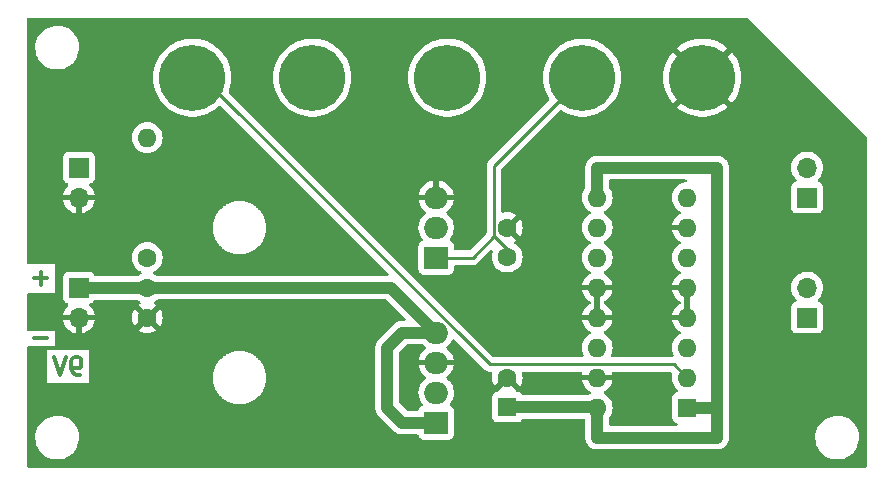
<source format=gbr>
G04 #@! TF.GenerationSoftware,KiCad,Pcbnew,7.0.9*
G04 #@! TF.CreationDate,2024-01-21T13:12:00+09:00*
G04 #@! TF.ProjectId,MB_Curling,4d425f43-7572-46c6-996e-672e6b696361,rev?*
G04 #@! TF.SameCoordinates,Original*
G04 #@! TF.FileFunction,Copper,L2,Bot*
G04 #@! TF.FilePolarity,Positive*
%FSLAX46Y46*%
G04 Gerber Fmt 4.6, Leading zero omitted, Abs format (unit mm)*
G04 Created by KiCad (PCBNEW 7.0.9) date 2024-01-21 13:12:00*
%MOMM*%
%LPD*%
G01*
G04 APERTURE LIST*
%ADD10C,0.300000*%
G04 #@! TA.AperFunction,NonConductor*
%ADD11C,0.300000*%
G04 #@! TD*
G04 #@! TA.AperFunction,ComponentPad*
%ADD12R,2.000000X1.905000*%
G04 #@! TD*
G04 #@! TA.AperFunction,ComponentPad*
%ADD13O,2.000000X1.905000*%
G04 #@! TD*
G04 #@! TA.AperFunction,ComponentPad*
%ADD14C,1.600000*%
G04 #@! TD*
G04 #@! TA.AperFunction,ComponentPad*
%ADD15C,5.600000*%
G04 #@! TD*
G04 #@! TA.AperFunction,ComponentPad*
%ADD16R,1.600000X1.600000*%
G04 #@! TD*
G04 #@! TA.AperFunction,ComponentPad*
%ADD17O,1.600000X1.600000*%
G04 #@! TD*
G04 #@! TA.AperFunction,ComponentPad*
%ADD18R,1.700000X1.700000*%
G04 #@! TD*
G04 #@! TA.AperFunction,ComponentPad*
%ADD19O,1.700000X1.700000*%
G04 #@! TD*
G04 #@! TA.AperFunction,ViaPad*
%ADD20C,0.800000*%
G04 #@! TD*
G04 #@! TA.AperFunction,Conductor*
%ADD21C,1.000000*%
G04 #@! TD*
G04 #@! TA.AperFunction,Conductor*
%ADD22C,0.250000*%
G04 #@! TD*
G04 APERTURE END LIST*
D10*
D11*
X97074510Y-85589400D02*
X98217368Y-85589400D01*
D10*
D11*
X100974060Y-88700828D02*
X100688346Y-88700828D01*
X100688346Y-88700828D02*
X100545489Y-88629400D01*
X100545489Y-88629400D02*
X100474060Y-88557971D01*
X100474060Y-88557971D02*
X100331203Y-88343685D01*
X100331203Y-88343685D02*
X100259774Y-88057971D01*
X100259774Y-88057971D02*
X100259774Y-87486542D01*
X100259774Y-87486542D02*
X100331203Y-87343685D01*
X100331203Y-87343685D02*
X100402632Y-87272257D01*
X100402632Y-87272257D02*
X100545489Y-87200828D01*
X100545489Y-87200828D02*
X100831203Y-87200828D01*
X100831203Y-87200828D02*
X100974060Y-87272257D01*
X100974060Y-87272257D02*
X101045489Y-87343685D01*
X101045489Y-87343685D02*
X101116917Y-87486542D01*
X101116917Y-87486542D02*
X101116917Y-87843685D01*
X101116917Y-87843685D02*
X101045489Y-87986542D01*
X101045489Y-87986542D02*
X100974060Y-88057971D01*
X100974060Y-88057971D02*
X100831203Y-88129400D01*
X100831203Y-88129400D02*
X100545489Y-88129400D01*
X100545489Y-88129400D02*
X100402632Y-88057971D01*
X100402632Y-88057971D02*
X100331203Y-87986542D01*
X100331203Y-87986542D02*
X100259774Y-87843685D01*
X99831203Y-87200828D02*
X99331203Y-88700828D01*
X99331203Y-88700828D02*
X98831203Y-87200828D01*
D10*
D11*
X97074510Y-80509400D02*
X98217368Y-80509400D01*
X97645939Y-81080828D02*
X97645939Y-79937971D01*
D12*
X131150000Y-92710000D03*
D13*
X131150000Y-90170000D03*
X131150000Y-87630000D03*
X131150000Y-85090000D03*
D14*
X137160000Y-78700000D03*
X137160000Y-76200000D03*
D15*
X110490000Y-63500000D03*
D16*
X137160000Y-91400000D03*
D14*
X137160000Y-88900000D03*
D16*
X152400000Y-91440000D03*
D17*
X152400000Y-88900000D03*
X152400000Y-86360000D03*
X152400000Y-83820000D03*
X152400000Y-81280000D03*
X152400000Y-78740000D03*
X152400000Y-76200000D03*
X152400000Y-73660000D03*
X144780000Y-73660000D03*
X144780000Y-76200000D03*
X144780000Y-78740000D03*
X144780000Y-81280000D03*
X144780000Y-83820000D03*
X144780000Y-86360000D03*
X144780000Y-88900000D03*
X144780000Y-91440000D03*
D14*
X106680000Y-78740000D03*
D17*
X106680000Y-68580000D03*
D12*
X131150000Y-78740000D03*
D13*
X131150000Y-76200000D03*
X131150000Y-73660000D03*
D15*
X153670000Y-63500000D03*
D14*
X106680000Y-81320000D03*
X106680000Y-83820000D03*
D15*
X132080000Y-63500000D03*
X120650000Y-63500000D03*
X143510000Y-63500000D03*
D18*
X162560000Y-83820000D03*
D19*
X162560000Y-81280000D03*
D18*
X100895000Y-81280000D03*
D19*
X100895000Y-83820000D03*
D18*
X162560000Y-73660000D03*
D19*
X162560000Y-71120000D03*
D18*
X100895000Y-71120000D03*
D19*
X100895000Y-73660000D03*
D20*
X99060000Y-66040000D03*
X147320000Y-76200000D03*
X104140000Y-86360000D03*
X124460000Y-91440000D03*
X139700000Y-81280000D03*
X99060000Y-76200000D03*
X149860000Y-91440000D03*
X109220000Y-91440000D03*
X119380000Y-68580000D03*
X157480000Y-68580000D03*
X137160000Y-83820000D03*
X147320000Y-81280000D03*
X129540000Y-68580000D03*
X114300000Y-93980000D03*
X139700000Y-73660000D03*
X165100000Y-86360000D03*
X109220000Y-73660000D03*
X137160000Y-63500000D03*
X124460000Y-73660000D03*
X149860000Y-78740000D03*
X165100000Y-78740000D03*
X157480000Y-83820000D03*
X147320000Y-66040000D03*
X147320000Y-86360000D03*
X119380000Y-93980000D03*
X157480000Y-73660000D03*
X160020000Y-66040000D03*
X104140000Y-66040000D03*
X104140000Y-91440000D03*
X119380000Y-76200000D03*
X111760000Y-68580000D03*
X109220000Y-86360000D03*
X119380000Y-88900000D03*
X114300000Y-63500000D03*
X121920000Y-83820000D03*
X104140000Y-60960000D03*
X142240000Y-71120000D03*
X165100000Y-68580000D03*
X149860000Y-83820000D03*
X101600000Y-68580000D03*
X149860000Y-60960000D03*
X160020000Y-93980000D03*
X116840000Y-73660000D03*
D21*
X106680000Y-81320000D02*
X100935000Y-81320000D01*
X127000000Y-91440000D02*
X128270000Y-92710000D01*
X106720000Y-81280000D02*
X106680000Y-81320000D01*
X128270000Y-92710000D02*
X131150000Y-92710000D01*
X127000000Y-86360000D02*
X127000000Y-91440000D01*
X131150000Y-85090000D02*
X127340000Y-81280000D01*
X128270000Y-85090000D02*
X127000000Y-86360000D01*
X131150000Y-85090000D02*
X128270000Y-85090000D01*
X127340000Y-81280000D02*
X106720000Y-81280000D01*
X100935000Y-81320000D02*
X100895000Y-81280000D01*
D22*
X111414158Y-63500000D02*
X135689158Y-87775000D01*
X135689158Y-87775000D02*
X151275000Y-87775000D01*
X110490000Y-63500000D02*
X111414158Y-63500000D01*
X151275000Y-87775000D02*
X152400000Y-88900000D01*
X134233604Y-78740000D02*
X131150000Y-78740000D01*
X143510000Y-63500000D02*
X136035000Y-70975000D01*
X136035000Y-76938604D02*
X134233604Y-78740000D01*
X136035000Y-70975000D02*
X136035000Y-76938604D01*
X136035000Y-76938604D02*
X137478198Y-78381802D01*
D21*
X144780000Y-73660000D02*
X144780000Y-71120000D01*
X154940000Y-91440000D02*
X154940000Y-93980000D01*
X154940000Y-93980000D02*
X144780000Y-93980000D01*
X154940000Y-71120000D02*
X154940000Y-91440000D01*
X144780000Y-93980000D02*
X144780000Y-91440000D01*
X154940000Y-91440000D02*
X152400000Y-91440000D01*
D22*
X144740000Y-91400000D02*
X144780000Y-91440000D01*
D21*
X137160000Y-91400000D02*
X144740000Y-91400000D01*
X144780000Y-71120000D02*
X154940000Y-71120000D01*
G04 #@! TA.AperFunction,Conductor*
G36*
X151031586Y-88420185D02*
G01*
X151052229Y-88436820D01*
X151100587Y-88485179D01*
X151134071Y-88546502D01*
X151132680Y-88604951D01*
X151114367Y-88673300D01*
X151114364Y-88673313D01*
X151094532Y-88899999D01*
X151094532Y-88900001D01*
X151114364Y-89126686D01*
X151114366Y-89126697D01*
X151173258Y-89346488D01*
X151173261Y-89346497D01*
X151269431Y-89552732D01*
X151269432Y-89552734D01*
X151399954Y-89739141D01*
X151560858Y-89900045D01*
X151585462Y-89917273D01*
X151629087Y-89971849D01*
X151636281Y-90041348D01*
X151604758Y-90103703D01*
X151544529Y-90139117D01*
X151527593Y-90142138D01*
X151492516Y-90145908D01*
X151357671Y-90196202D01*
X151357664Y-90196206D01*
X151242455Y-90282452D01*
X151242452Y-90282455D01*
X151156206Y-90397664D01*
X151156202Y-90397671D01*
X151105908Y-90532517D01*
X151099501Y-90592116D01*
X151099500Y-90592135D01*
X151099500Y-92287870D01*
X151099501Y-92287876D01*
X151105908Y-92347483D01*
X151156202Y-92482328D01*
X151156206Y-92482335D01*
X151242452Y-92597544D01*
X151242455Y-92597547D01*
X151357664Y-92683793D01*
X151357671Y-92683797D01*
X151492511Y-92734089D01*
X151492512Y-92734089D01*
X151492517Y-92734091D01*
X151492521Y-92734091D01*
X151495613Y-92734822D01*
X151497771Y-92736050D01*
X151499785Y-92736802D01*
X151499663Y-92737128D01*
X151556330Y-92769394D01*
X151588717Y-92831304D01*
X151582493Y-92900896D01*
X151539632Y-92956075D01*
X151473743Y-92979322D01*
X151467101Y-92979500D01*
X145904500Y-92979500D01*
X145837461Y-92959815D01*
X145791706Y-92907011D01*
X145780500Y-92855500D01*
X145780500Y-92317588D01*
X145800185Y-92250549D01*
X145802925Y-92246465D01*
X145910568Y-92092734D01*
X146006739Y-91886496D01*
X146065635Y-91666692D01*
X146085468Y-91440000D01*
X146084355Y-91427284D01*
X146074419Y-91313706D01*
X146065635Y-91213308D01*
X146006739Y-90993504D01*
X145910568Y-90787266D01*
X145780047Y-90600861D01*
X145780045Y-90600858D01*
X145619141Y-90439954D01*
X145432734Y-90309432D01*
X145432732Y-90309431D01*
X145391918Y-90290399D01*
X145374132Y-90282105D01*
X145321694Y-90235934D01*
X145302542Y-90168740D01*
X145322758Y-90101859D01*
X145374134Y-90057341D01*
X145432484Y-90030132D01*
X145618820Y-89899657D01*
X145779657Y-89738820D01*
X145910134Y-89552482D01*
X146006265Y-89346326D01*
X146006269Y-89346317D01*
X146058872Y-89150000D01*
X145095686Y-89150000D01*
X145107641Y-89138045D01*
X145165165Y-89025148D01*
X145184986Y-88900000D01*
X145165165Y-88774852D01*
X145107641Y-88661955D01*
X145095686Y-88650000D01*
X146058872Y-88650000D01*
X146058871Y-88649999D01*
X146033844Y-88556594D01*
X146035507Y-88486744D01*
X146074669Y-88428881D01*
X146138898Y-88401377D01*
X146153619Y-88400500D01*
X150964547Y-88400500D01*
X151031586Y-88420185D01*
G37*
G04 #@! TD.AperFunction*
G04 #@! TA.AperFunction,Conductor*
G36*
X130062645Y-86110185D02*
G01*
X130079587Y-86123268D01*
X130133725Y-86173106D01*
X130206994Y-86240555D01*
X130231384Y-86256489D01*
X130276742Y-86309634D01*
X130286166Y-86378866D01*
X130256665Y-86442202D01*
X130231390Y-86464104D01*
X130207297Y-86479846D01*
X130207289Y-86479851D01*
X130030202Y-86642873D01*
X130030193Y-86642883D01*
X129882350Y-86832831D01*
X129882344Y-86832840D01*
X129767784Y-87044531D01*
X129767778Y-87044545D01*
X129689619Y-87272208D01*
X129671633Y-87379999D01*
X129671634Y-87380000D01*
X130655148Y-87380000D01*
X130606441Y-87517047D01*
X130596123Y-87667886D01*
X130626884Y-87815915D01*
X130660090Y-87880000D01*
X129671633Y-87880000D01*
X129689619Y-87987791D01*
X129767778Y-88215454D01*
X129767784Y-88215468D01*
X129882344Y-88427159D01*
X129882350Y-88427168D01*
X130030193Y-88617116D01*
X130030202Y-88617126D01*
X130207297Y-88780154D01*
X130207296Y-88780154D01*
X130231385Y-88795892D01*
X130276742Y-88849038D01*
X130286166Y-88918269D01*
X130256664Y-88981605D01*
X130231389Y-89003507D01*
X130206994Y-89019446D01*
X130206988Y-89019450D01*
X130052755Y-89161432D01*
X130029829Y-89182537D01*
X129994723Y-89227641D01*
X129881929Y-89372558D01*
X129767321Y-89584334D01*
X129767318Y-89584343D01*
X129689134Y-89812083D01*
X129669776Y-89928092D01*
X129649500Y-90049601D01*
X129649500Y-90290399D01*
X129653450Y-90314068D01*
X129689134Y-90527916D01*
X129767318Y-90755656D01*
X129767321Y-90755665D01*
X129881929Y-90967441D01*
X129881933Y-90967447D01*
X129992832Y-91109930D01*
X130018475Y-91174924D01*
X130004908Y-91243464D01*
X129956440Y-91293788D01*
X129938313Y-91302273D01*
X129907675Y-91313700D01*
X129907664Y-91313706D01*
X129792455Y-91399952D01*
X129792452Y-91399955D01*
X129706206Y-91515164D01*
X129706202Y-91515171D01*
X129663810Y-91628833D01*
X129621939Y-91684767D01*
X129556475Y-91709184D01*
X129547628Y-91709500D01*
X128735783Y-91709500D01*
X128668744Y-91689815D01*
X128648102Y-91673181D01*
X128036819Y-91061898D01*
X128003334Y-91000575D01*
X128000500Y-90974217D01*
X128000500Y-86825782D01*
X128020185Y-86758743D01*
X128036819Y-86738101D01*
X128648101Y-86126819D01*
X128709424Y-86093334D01*
X128735782Y-86090500D01*
X129995606Y-86090500D01*
X130062645Y-86110185D01*
G37*
G04 #@! TD.AperFunction*
G04 #@! TA.AperFunction,Conductor*
G36*
X143473420Y-88420185D02*
G01*
X143519175Y-88472989D01*
X143529119Y-88542147D01*
X143526156Y-88556594D01*
X143501128Y-88649999D01*
X143501128Y-88650000D01*
X144464314Y-88650000D01*
X144452359Y-88661955D01*
X144394835Y-88774852D01*
X144375014Y-88900000D01*
X144394835Y-89025148D01*
X144452359Y-89138045D01*
X144464314Y-89150000D01*
X143501128Y-89150000D01*
X143553730Y-89346317D01*
X143553734Y-89346326D01*
X143649865Y-89552482D01*
X143780342Y-89738820D01*
X143941179Y-89899657D01*
X144127518Y-90030134D01*
X144127520Y-90030135D01*
X144185865Y-90057342D01*
X144238305Y-90103514D01*
X144257457Y-90170707D01*
X144237242Y-90237589D01*
X144185867Y-90282105D01*
X144127268Y-90309431D01*
X144127264Y-90309433D01*
X144030661Y-90377075D01*
X143964455Y-90399402D01*
X143959538Y-90399500D01*
X138497180Y-90399500D01*
X138430141Y-90379815D01*
X138397913Y-90349811D01*
X138317546Y-90242454D01*
X138255767Y-90196206D01*
X138202335Y-90156206D01*
X138202328Y-90156202D01*
X138067482Y-90105908D01*
X138067483Y-90105908D01*
X138007883Y-90099501D01*
X138007881Y-90099500D01*
X138007873Y-90099500D01*
X138007864Y-90099500D01*
X138004548Y-90099322D01*
X138004627Y-90097847D01*
X137943215Y-90079815D01*
X137897460Y-90027011D01*
X137889969Y-89983522D01*
X137204401Y-89297953D01*
X137285148Y-89285165D01*
X137398045Y-89227641D01*
X137487641Y-89138045D01*
X137545165Y-89025148D01*
X137557953Y-88944400D01*
X138239025Y-89625472D01*
X138290136Y-89552478D01*
X138386264Y-89346331D01*
X138386269Y-89346317D01*
X138445139Y-89126610D01*
X138445141Y-89126599D01*
X138464966Y-88900002D01*
X138464966Y-88899997D01*
X138445141Y-88673400D01*
X138445139Y-88673390D01*
X138413844Y-88556593D01*
X138415507Y-88486744D01*
X138454669Y-88428881D01*
X138518898Y-88401377D01*
X138533619Y-88400500D01*
X143406381Y-88400500D01*
X143473420Y-88420185D01*
G37*
G04 #@! TD.AperFunction*
G04 #@! TA.AperFunction,Conductor*
G36*
X152301972Y-72140185D02*
G01*
X152347727Y-72192989D01*
X152357671Y-72262147D01*
X152328646Y-72325703D01*
X152269868Y-72363477D01*
X152245740Y-72368028D01*
X152173313Y-72374364D01*
X152173302Y-72374366D01*
X151953511Y-72433258D01*
X151953502Y-72433261D01*
X151747267Y-72529431D01*
X151747265Y-72529432D01*
X151560858Y-72659954D01*
X151399954Y-72820858D01*
X151269432Y-73007265D01*
X151269431Y-73007267D01*
X151173261Y-73213502D01*
X151173258Y-73213511D01*
X151114366Y-73433302D01*
X151114364Y-73433313D01*
X151094532Y-73659998D01*
X151094532Y-73660001D01*
X151114364Y-73886686D01*
X151114366Y-73886697D01*
X151173258Y-74106488D01*
X151173261Y-74106497D01*
X151269431Y-74312732D01*
X151269432Y-74312734D01*
X151399954Y-74499141D01*
X151560858Y-74660045D01*
X151560861Y-74660047D01*
X151747266Y-74790568D01*
X151805865Y-74817893D01*
X151858305Y-74864065D01*
X151877457Y-74931258D01*
X151857242Y-74998139D01*
X151805867Y-75042657D01*
X151747515Y-75069867D01*
X151561179Y-75200342D01*
X151400342Y-75361179D01*
X151269865Y-75547517D01*
X151173734Y-75753673D01*
X151173730Y-75753682D01*
X151121127Y-75949999D01*
X151121128Y-75950000D01*
X152084314Y-75950000D01*
X152072359Y-75961955D01*
X152014835Y-76074852D01*
X151995014Y-76200000D01*
X152014835Y-76325148D01*
X152072359Y-76438045D01*
X152084314Y-76450000D01*
X151121128Y-76450000D01*
X151173730Y-76646317D01*
X151173734Y-76646326D01*
X151269865Y-76852482D01*
X151400342Y-77038820D01*
X151561179Y-77199657D01*
X151747518Y-77330134D01*
X151747520Y-77330135D01*
X151805865Y-77357342D01*
X151858305Y-77403514D01*
X151877457Y-77470707D01*
X151857242Y-77537589D01*
X151805867Y-77582105D01*
X151747268Y-77609431D01*
X151747264Y-77609433D01*
X151560858Y-77739954D01*
X151399954Y-77900858D01*
X151269432Y-78087265D01*
X151269431Y-78087267D01*
X151173261Y-78293502D01*
X151173258Y-78293511D01*
X151114366Y-78513302D01*
X151114364Y-78513313D01*
X151094532Y-78739998D01*
X151094532Y-78740001D01*
X151114364Y-78966686D01*
X151114366Y-78966697D01*
X151173258Y-79186488D01*
X151173261Y-79186497D01*
X151269431Y-79392732D01*
X151269432Y-79392734D01*
X151399954Y-79579141D01*
X151560858Y-79740045D01*
X151561331Y-79740376D01*
X151747266Y-79870568D01*
X151805865Y-79897893D01*
X151858305Y-79944065D01*
X151877457Y-80011258D01*
X151857242Y-80078139D01*
X151805867Y-80122657D01*
X151747515Y-80149867D01*
X151561179Y-80280342D01*
X151400342Y-80441179D01*
X151269865Y-80627517D01*
X151173734Y-80833673D01*
X151173730Y-80833682D01*
X151121127Y-81029999D01*
X151121128Y-81030000D01*
X152084314Y-81030000D01*
X152072359Y-81041955D01*
X152014835Y-81154852D01*
X151995014Y-81280000D01*
X152014835Y-81405148D01*
X152072359Y-81518045D01*
X152084314Y-81530000D01*
X151121128Y-81530000D01*
X151173730Y-81726317D01*
X151173734Y-81726326D01*
X151269865Y-81932482D01*
X151400342Y-82118820D01*
X151561179Y-82279657D01*
X151747517Y-82410134D01*
X151806457Y-82437618D01*
X151858896Y-82483790D01*
X151878048Y-82550984D01*
X151857832Y-82617865D01*
X151806457Y-82662382D01*
X151747517Y-82689865D01*
X151561179Y-82820342D01*
X151400342Y-82981179D01*
X151269865Y-83167517D01*
X151173734Y-83373673D01*
X151173730Y-83373682D01*
X151121127Y-83569999D01*
X151121128Y-83570000D01*
X152084314Y-83570000D01*
X152072359Y-83581955D01*
X152014835Y-83694852D01*
X151995014Y-83820000D01*
X152014835Y-83945148D01*
X152072359Y-84058045D01*
X152084314Y-84070000D01*
X151121128Y-84070000D01*
X151173730Y-84266317D01*
X151173734Y-84266326D01*
X151269865Y-84472482D01*
X151400342Y-84658820D01*
X151561179Y-84819657D01*
X151747518Y-84950134D01*
X151747520Y-84950135D01*
X151805865Y-84977342D01*
X151858305Y-85023514D01*
X151877457Y-85090707D01*
X151857242Y-85157589D01*
X151805867Y-85202105D01*
X151747268Y-85229431D01*
X151747264Y-85229433D01*
X151560858Y-85359954D01*
X151399954Y-85520858D01*
X151269432Y-85707265D01*
X151269431Y-85707267D01*
X151173261Y-85913502D01*
X151173258Y-85913511D01*
X151114366Y-86133302D01*
X151114364Y-86133313D01*
X151094532Y-86359998D01*
X151094532Y-86360001D01*
X151114364Y-86586686D01*
X151114366Y-86586697D01*
X151173258Y-86806488D01*
X151173260Y-86806492D01*
X151173261Y-86806496D01*
X151226060Y-86919722D01*
X151250948Y-86973095D01*
X151261440Y-87042173D01*
X151232920Y-87105957D01*
X151174444Y-87144196D01*
X151138566Y-87149500D01*
X146041434Y-87149500D01*
X145974395Y-87129815D01*
X145928640Y-87077011D01*
X145918696Y-87007853D01*
X145929052Y-86973095D01*
X145939421Y-86950858D01*
X146006739Y-86806496D01*
X146065635Y-86586692D01*
X146085468Y-86360000D01*
X146083869Y-86341728D01*
X146075018Y-86240553D01*
X146065635Y-86133308D01*
X146020916Y-85966415D01*
X146006741Y-85913511D01*
X146006738Y-85913502D01*
X145910568Y-85707266D01*
X145780047Y-85520861D01*
X145780045Y-85520858D01*
X145619141Y-85359954D01*
X145432734Y-85229432D01*
X145432732Y-85229431D01*
X145421275Y-85224088D01*
X145374132Y-85202105D01*
X145321694Y-85155934D01*
X145302542Y-85088740D01*
X145322758Y-85021859D01*
X145374134Y-84977341D01*
X145432484Y-84950132D01*
X145618820Y-84819657D01*
X145779657Y-84658820D01*
X145910134Y-84472482D01*
X146006265Y-84266326D01*
X146006269Y-84266317D01*
X146058872Y-84070000D01*
X145095686Y-84070000D01*
X145107641Y-84058045D01*
X145165165Y-83945148D01*
X145184986Y-83820000D01*
X145165165Y-83694852D01*
X145107641Y-83581955D01*
X145095686Y-83570000D01*
X146058872Y-83570000D01*
X146058872Y-83569999D01*
X146006269Y-83373682D01*
X146006265Y-83373673D01*
X145910134Y-83167517D01*
X145779657Y-82981179D01*
X145618820Y-82820342D01*
X145432481Y-82689865D01*
X145432479Y-82689864D01*
X145373543Y-82662382D01*
X145321103Y-82616210D01*
X145301951Y-82549017D01*
X145322166Y-82482136D01*
X145373543Y-82437618D01*
X145432479Y-82410135D01*
X145432481Y-82410134D01*
X145618820Y-82279657D01*
X145779657Y-82118820D01*
X145910134Y-81932482D01*
X146006265Y-81726326D01*
X146006269Y-81726317D01*
X146058872Y-81530000D01*
X145095686Y-81530000D01*
X145107641Y-81518045D01*
X145165165Y-81405148D01*
X145184986Y-81280000D01*
X145165165Y-81154852D01*
X145107641Y-81041955D01*
X145095686Y-81030000D01*
X146058872Y-81030000D01*
X146058872Y-81029999D01*
X146006269Y-80833682D01*
X146006265Y-80833673D01*
X145910134Y-80627517D01*
X145779657Y-80441179D01*
X145618820Y-80280342D01*
X145432482Y-80149865D01*
X145374133Y-80122657D01*
X145321694Y-80076484D01*
X145302542Y-80009291D01*
X145322758Y-79942410D01*
X145374129Y-79897895D01*
X145432734Y-79870568D01*
X145619139Y-79740047D01*
X145780047Y-79579139D01*
X145910568Y-79392734D01*
X146006739Y-79186496D01*
X146065635Y-78966692D01*
X146085468Y-78740000D01*
X146081968Y-78700000D01*
X146065635Y-78513313D01*
X146065635Y-78513308D01*
X146006739Y-78293504D01*
X145910568Y-78087266D01*
X145780047Y-77900861D01*
X145780045Y-77900858D01*
X145619141Y-77739954D01*
X145432734Y-77609432D01*
X145432728Y-77609429D01*
X145374725Y-77582382D01*
X145322285Y-77536210D01*
X145303133Y-77469017D01*
X145323348Y-77402135D01*
X145374725Y-77357618D01*
X145375319Y-77357341D01*
X145432734Y-77330568D01*
X145619139Y-77200047D01*
X145780047Y-77039139D01*
X145910568Y-76852734D01*
X146006739Y-76646496D01*
X146065635Y-76426692D01*
X146085468Y-76200000D01*
X146082579Y-76166984D01*
X146075736Y-76088768D01*
X146065635Y-75973308D01*
X146006739Y-75753504D01*
X145910568Y-75547266D01*
X145783125Y-75365257D01*
X145780045Y-75360858D01*
X145619141Y-75199954D01*
X145432734Y-75069432D01*
X145432728Y-75069429D01*
X145389883Y-75049450D01*
X145374724Y-75042381D01*
X145322285Y-74996210D01*
X145303133Y-74929017D01*
X145323348Y-74862135D01*
X145374725Y-74817618D01*
X145432734Y-74790568D01*
X145619139Y-74660047D01*
X145780047Y-74499139D01*
X145910568Y-74312734D01*
X146006739Y-74106496D01*
X146065635Y-73886692D01*
X146085468Y-73660000D01*
X146065635Y-73433308D01*
X146006739Y-73213504D01*
X145910568Y-73007266D01*
X145802924Y-72853532D01*
X145780597Y-72787326D01*
X145780500Y-72782410D01*
X145780500Y-72244500D01*
X145800185Y-72177461D01*
X145852989Y-72131706D01*
X145904500Y-72120500D01*
X152234933Y-72120500D01*
X152301972Y-72140185D01*
G37*
G04 #@! TD.AperFunction*
G04 #@! TA.AperFunction,Conductor*
G36*
X145030000Y-83504314D02*
G01*
X145018045Y-83492359D01*
X144905148Y-83434835D01*
X144811481Y-83420000D01*
X144748519Y-83420000D01*
X144654852Y-83434835D01*
X144541955Y-83492359D01*
X144530000Y-83504314D01*
X144530000Y-81595686D01*
X144541955Y-81607641D01*
X144654852Y-81665165D01*
X144748519Y-81680000D01*
X144811481Y-81680000D01*
X144905148Y-81665165D01*
X145018045Y-81607641D01*
X145030000Y-81595686D01*
X145030000Y-83504314D01*
G37*
G04 #@! TD.AperFunction*
G04 #@! TA.AperFunction,Conductor*
G36*
X152650000Y-83504314D02*
G01*
X152638045Y-83492359D01*
X152525148Y-83434835D01*
X152431481Y-83420000D01*
X152368519Y-83420000D01*
X152274852Y-83434835D01*
X152161955Y-83492359D01*
X152150000Y-83504314D01*
X152150000Y-81595686D01*
X152161955Y-81607641D01*
X152274852Y-81665165D01*
X152368519Y-81680000D01*
X152431481Y-81680000D01*
X152525148Y-81665165D01*
X152638045Y-81607641D01*
X152650000Y-81595686D01*
X152650000Y-83504314D01*
G37*
G04 #@! TD.AperFunction*
G04 #@! TA.AperFunction,Conductor*
G36*
X157495677Y-58439685D02*
G01*
X157516319Y-58456319D01*
X167603181Y-68543181D01*
X167636666Y-68604504D01*
X167639500Y-68630862D01*
X167639500Y-96396000D01*
X167619815Y-96463039D01*
X167567011Y-96508794D01*
X167515500Y-96520000D01*
X96644500Y-96520000D01*
X96577461Y-96500315D01*
X96531706Y-96447511D01*
X96520500Y-96396000D01*
X96520500Y-94047763D01*
X97205787Y-94047763D01*
X97235413Y-94317013D01*
X97235415Y-94317024D01*
X97303926Y-94579082D01*
X97303928Y-94579088D01*
X97409870Y-94828390D01*
X97505063Y-94984369D01*
X97550979Y-95059605D01*
X97550986Y-95059615D01*
X97724253Y-95267819D01*
X97724259Y-95267824D01*
X97925998Y-95448582D01*
X98151910Y-95598044D01*
X98397176Y-95713020D01*
X98397183Y-95713022D01*
X98397185Y-95713023D01*
X98656557Y-95791057D01*
X98656564Y-95791058D01*
X98656569Y-95791060D01*
X98924561Y-95830500D01*
X98924566Y-95830500D01*
X99127636Y-95830500D01*
X99179133Y-95826730D01*
X99330156Y-95815677D01*
X99442758Y-95790593D01*
X99594546Y-95756782D01*
X99594548Y-95756781D01*
X99594553Y-95756780D01*
X99847558Y-95660014D01*
X100083777Y-95527441D01*
X100298177Y-95361888D01*
X100486186Y-95166881D01*
X100643799Y-94946579D01*
X100748439Y-94743053D01*
X100767649Y-94705690D01*
X100767651Y-94705684D01*
X100767656Y-94705675D01*
X100855118Y-94449305D01*
X100904319Y-94182933D01*
X100914212Y-93912235D01*
X100884586Y-93642982D01*
X100816072Y-93380912D01*
X100710130Y-93131610D01*
X100569018Y-92900390D01*
X100567845Y-92898981D01*
X100395746Y-92692180D01*
X100395740Y-92692175D01*
X100194002Y-92511418D01*
X99968092Y-92361957D01*
X99873444Y-92317588D01*
X99722824Y-92246980D01*
X99722819Y-92246978D01*
X99722814Y-92246976D01*
X99463442Y-92168942D01*
X99463428Y-92168939D01*
X99347791Y-92151921D01*
X99195439Y-92129500D01*
X98992369Y-92129500D01*
X98992364Y-92129500D01*
X98789844Y-92144323D01*
X98789831Y-92144325D01*
X98525453Y-92203217D01*
X98525446Y-92203220D01*
X98272439Y-92299987D01*
X98036226Y-92432557D01*
X98036224Y-92432558D01*
X98036223Y-92432559D01*
X98013391Y-92450189D01*
X97821822Y-92598112D01*
X97633822Y-92793109D01*
X97633816Y-92793116D01*
X97476202Y-93013419D01*
X97476199Y-93013424D01*
X97352350Y-93254309D01*
X97352343Y-93254327D01*
X97264884Y-93510685D01*
X97264881Y-93510699D01*
X97257678Y-93549695D01*
X97216990Y-93769983D01*
X97215681Y-93777068D01*
X97215680Y-93777075D01*
X97205787Y-94047763D01*
X96520500Y-94047763D01*
X96520500Y-86545316D01*
X98178565Y-86545316D01*
X98178565Y-89356340D01*
X101772429Y-89356340D01*
X101772429Y-88900001D01*
X112234671Y-88900001D01*
X112236835Y-88933027D01*
X112236933Y-88939155D01*
X112235723Y-88975367D01*
X112235723Y-88975376D01*
X112246880Y-89086281D01*
X112253965Y-89194376D01*
X112253966Y-89194389D01*
X112261050Y-89230003D01*
X112261930Y-89235891D01*
X112265882Y-89275164D01*
X112290996Y-89380546D01*
X112311516Y-89483711D01*
X112311518Y-89483719D01*
X112324230Y-89521171D01*
X112325831Y-89526727D01*
X112335728Y-89568252D01*
X112335730Y-89568257D01*
X112335731Y-89568261D01*
X112373542Y-89666437D01*
X112398825Y-89740917D01*
X112406348Y-89763076D01*
X112425263Y-89801433D01*
X112427515Y-89806573D01*
X112444019Y-89849428D01*
X112444023Y-89849436D01*
X112493076Y-89938946D01*
X112536822Y-90027655D01*
X112536833Y-90027673D01*
X112562380Y-90065907D01*
X112565199Y-90070557D01*
X112588822Y-90113659D01*
X112588829Y-90113671D01*
X112646671Y-90192175D01*
X112648308Y-90194507D01*
X112689366Y-90255955D01*
X112700727Y-90272957D01*
X112732715Y-90309433D01*
X112733182Y-90309965D01*
X112736482Y-90314068D01*
X112767551Y-90356235D01*
X112833114Y-90424028D01*
X112835160Y-90426249D01*
X112846781Y-90439500D01*
X112895242Y-90494758D01*
X112930025Y-90525262D01*
X112934670Y-90529336D01*
X112938358Y-90532849D01*
X112957003Y-90552127D01*
X112977020Y-90572824D01*
X113001450Y-90592116D01*
X113048495Y-90629267D01*
X113050950Y-90631311D01*
X113117040Y-90689270D01*
X113117040Y-90689271D01*
X113163336Y-90720205D01*
X113167307Y-90723092D01*
X113213485Y-90759558D01*
X113260267Y-90787267D01*
X113289059Y-90804320D01*
X113291897Y-90806106D01*
X113343617Y-90840665D01*
X113362338Y-90853174D01*
X113379190Y-90861484D01*
X113415187Y-90879236D01*
X113419318Y-90881473D01*
X113453458Y-90901694D01*
X113472717Y-90913102D01*
X113472722Y-90913104D01*
X113472730Y-90913109D01*
X113550665Y-90946156D01*
X113553826Y-90947604D01*
X113626923Y-90983652D01*
X113685759Y-91003624D01*
X113690014Y-91005245D01*
X113750128Y-91030736D01*
X113828640Y-91052242D01*
X113832160Y-91053320D01*
X113906278Y-91078481D01*
X113964967Y-91090154D01*
X113970384Y-91091232D01*
X113974658Y-91092241D01*
X114040729Y-91110340D01*
X114118224Y-91120761D01*
X114122037Y-91121397D01*
X114195620Y-91136034D01*
X114264067Y-91140519D01*
X114268246Y-91140937D01*
X114339347Y-91150500D01*
X114414302Y-91150500D01*
X114418349Y-91150632D01*
X114450372Y-91152731D01*
X114489994Y-91155329D01*
X114490000Y-91155329D01*
X114490004Y-91155329D01*
X114500762Y-91154623D01*
X114562081Y-91150604D01*
X114565222Y-91150500D01*
X114565244Y-91150500D01*
X114638842Y-91145573D01*
X114784380Y-91136034D01*
X114784409Y-91136028D01*
X114785522Y-91135882D01*
X114789478Y-91135489D01*
X114790634Y-91135412D01*
X114933658Y-91106341D01*
X115073722Y-91078481D01*
X115074442Y-91078236D01*
X115082018Y-91076185D01*
X115085903Y-91075396D01*
X115220821Y-91028547D01*
X115353077Y-90983652D01*
X115356687Y-90981871D01*
X115363754Y-90978914D01*
X115370537Y-90976560D01*
X115495220Y-90913554D01*
X115617665Y-90853172D01*
X115623700Y-90849138D01*
X115630164Y-90845364D01*
X115639459Y-90840668D01*
X115752040Y-90763385D01*
X115862957Y-90689273D01*
X115870840Y-90682358D01*
X115876622Y-90677863D01*
X115887869Y-90670144D01*
X115986824Y-90580643D01*
X116084758Y-90494758D01*
X116093799Y-90484446D01*
X116098823Y-90479345D01*
X116111333Y-90468032D01*
X116195443Y-90368545D01*
X116279273Y-90272957D01*
X116288687Y-90258866D01*
X116292895Y-90253279D01*
X116302047Y-90242455D01*
X116305865Y-90237939D01*
X116374276Y-90130775D01*
X116443172Y-90027665D01*
X116452098Y-90009562D01*
X116455441Y-90003631D01*
X116467993Y-89983970D01*
X116520195Y-89871476D01*
X116573652Y-89763077D01*
X116581179Y-89740899D01*
X116583641Y-89734752D01*
X116594823Y-89710658D01*
X116630632Y-89595219D01*
X116668481Y-89483722D01*
X116673677Y-89457597D01*
X116675271Y-89451316D01*
X116684093Y-89422879D01*
X116703676Y-89306782D01*
X116726034Y-89194380D01*
X116727987Y-89164576D01*
X116728714Y-89158342D01*
X116734209Y-89125770D01*
X116738038Y-89011231D01*
X116742423Y-88944333D01*
X116745329Y-88900005D01*
X116745329Y-88900001D01*
X116745329Y-88899997D01*
X116743162Y-88866955D01*
X116743065Y-88860849D01*
X116744277Y-88824631D01*
X116733119Y-88713718D01*
X116726034Y-88605620D01*
X116718944Y-88569977D01*
X116718068Y-88564107D01*
X116717312Y-88556594D01*
X116714118Y-88524838D01*
X116691250Y-88428881D01*
X116689003Y-88419453D01*
X116678406Y-88366177D01*
X116668481Y-88316278D01*
X116655764Y-88278816D01*
X116654169Y-88273283D01*
X116644269Y-88231739D01*
X116641375Y-88224226D01*
X116606457Y-88133562D01*
X116596540Y-88104349D01*
X116573652Y-88036923D01*
X116554732Y-87998556D01*
X116552485Y-87993429D01*
X116535977Y-87950566D01*
X116497306Y-87880000D01*
X116486919Y-87861046D01*
X116443173Y-87772339D01*
X116443172Y-87772336D01*
X116417612Y-87734083D01*
X116414798Y-87729444D01*
X116391175Y-87686335D01*
X116333312Y-87607802D01*
X116331706Y-87605514D01*
X116279273Y-87527043D01*
X116270507Y-87517047D01*
X116246817Y-87490033D01*
X116243516Y-87485930D01*
X116212450Y-87443768D01*
X116212446Y-87443762D01*
X116150780Y-87379999D01*
X116146884Y-87375970D01*
X116144838Y-87373749D01*
X116084760Y-87305244D01*
X116045322Y-87270656D01*
X116041635Y-87267144D01*
X116002981Y-87227176D01*
X115931514Y-87170740D01*
X115929059Y-87168696D01*
X115862960Y-87110729D01*
X115816656Y-87079788D01*
X115812677Y-87076894D01*
X115766517Y-87040443D01*
X115751677Y-87031653D01*
X115690918Y-86995666D01*
X115688089Y-86993884D01*
X115617666Y-86946828D01*
X115564821Y-86920767D01*
X115560668Y-86918518D01*
X115507270Y-86886891D01*
X115507266Y-86886889D01*
X115507262Y-86886887D01*
X115477641Y-86874327D01*
X115429346Y-86853847D01*
X115426157Y-86852386D01*
X115353075Y-86816347D01*
X115294243Y-86796375D01*
X115289969Y-86794746D01*
X115242031Y-86774420D01*
X115229872Y-86769264D01*
X115229868Y-86769263D01*
X115229866Y-86769262D01*
X115151365Y-86747757D01*
X115147815Y-86746670D01*
X115073734Y-86721522D01*
X115073723Y-86721519D01*
X115073722Y-86721519D01*
X115009608Y-86708765D01*
X115005333Y-86707756D01*
X114939281Y-86689662D01*
X114939265Y-86689658D01*
X114861792Y-86679239D01*
X114857962Y-86678601D01*
X114811006Y-86669262D01*
X114784380Y-86663966D01*
X114784377Y-86663965D01*
X114784374Y-86663965D01*
X114715959Y-86659481D01*
X114711750Y-86659061D01*
X114677282Y-86654426D01*
X114640653Y-86649500D01*
X114640650Y-86649500D01*
X114565698Y-86649500D01*
X114561650Y-86649367D01*
X114529627Y-86647268D01*
X114490006Y-86644671D01*
X114490002Y-86644671D01*
X114490000Y-86644671D01*
X114441934Y-86647821D01*
X114417985Y-86649391D01*
X114414765Y-86649499D01*
X114341157Y-86654426D01*
X114195620Y-86663965D01*
X114194420Y-86664123D01*
X114190506Y-86664511D01*
X114189375Y-86664587D01*
X114189372Y-86664587D01*
X114189366Y-86664588D01*
X114046341Y-86693658D01*
X113906277Y-86721518D01*
X113906270Y-86721520D01*
X113905508Y-86721779D01*
X113897943Y-86723822D01*
X113894098Y-86724603D01*
X113830548Y-86746670D01*
X113759178Y-86771452D01*
X113713442Y-86786977D01*
X113626927Y-86816346D01*
X113626922Y-86816348D01*
X113623320Y-86818124D01*
X113616241Y-86821086D01*
X113609462Y-86823440D01*
X113484757Y-86886456D01*
X113362343Y-86946823D01*
X113362328Y-86946832D01*
X113356301Y-86950858D01*
X113349828Y-86954637D01*
X113340544Y-86959329D01*
X113227943Y-87036625D01*
X113124182Y-87105957D01*
X113117043Y-87110727D01*
X113109156Y-87117642D01*
X113103373Y-87122138D01*
X113092132Y-87129854D01*
X112993175Y-87219356D01*
X112895241Y-87305242D01*
X112886196Y-87315555D01*
X112881175Y-87320653D01*
X112868668Y-87331966D01*
X112784556Y-87431454D01*
X112700726Y-87527042D01*
X112691308Y-87541136D01*
X112687106Y-87546716D01*
X112674141Y-87562052D01*
X112674140Y-87562053D01*
X112605715Y-87669237D01*
X112536830Y-87772331D01*
X112527905Y-87790427D01*
X112524560Y-87796362D01*
X112512006Y-87816031D01*
X112459801Y-87928530D01*
X112406350Y-88036918D01*
X112406345Y-88036930D01*
X112398822Y-88059089D01*
X112396353Y-88065257D01*
X112385176Y-88089344D01*
X112385171Y-88089358D01*
X112349367Y-88204780D01*
X112311518Y-88316279D01*
X112311516Y-88316288D01*
X112306320Y-88342410D01*
X112304728Y-88348683D01*
X112295907Y-88377119D01*
X112276323Y-88493216D01*
X112270033Y-88524840D01*
X112261051Y-88570002D01*
X112253965Y-88605626D01*
X112252012Y-88635416D01*
X112251281Y-88641673D01*
X112245791Y-88674231D01*
X112241961Y-88788768D01*
X112234671Y-88900001D01*
X101772429Y-88900001D01*
X101772429Y-86545316D01*
X98178565Y-86545316D01*
X96520500Y-86545316D01*
X96520500Y-86363900D01*
X96540185Y-86296861D01*
X96592989Y-86251106D01*
X96644500Y-86239900D01*
X98873159Y-86239900D01*
X98873159Y-84938900D01*
X96644500Y-84938900D01*
X96577461Y-84919215D01*
X96531706Y-84866411D01*
X96520500Y-84814900D01*
X96520500Y-82177870D01*
X99544500Y-82177870D01*
X99544501Y-82177876D01*
X99550908Y-82237483D01*
X99601202Y-82372328D01*
X99601206Y-82372335D01*
X99687452Y-82487544D01*
X99687455Y-82487547D01*
X99802664Y-82573793D01*
X99802671Y-82573797D01*
X99802674Y-82573798D01*
X99934598Y-82623002D01*
X99990531Y-82664873D01*
X100014949Y-82730337D01*
X100000098Y-82798610D01*
X99978947Y-82826865D01*
X99856886Y-82948926D01*
X99721400Y-83142420D01*
X99721399Y-83142422D01*
X99621570Y-83356507D01*
X99621567Y-83356513D01*
X99564364Y-83569999D01*
X99564364Y-83570000D01*
X100461314Y-83570000D01*
X100435507Y-83610156D01*
X100395000Y-83748111D01*
X100395000Y-83891889D01*
X100435507Y-84029844D01*
X100461314Y-84070000D01*
X99564364Y-84070000D01*
X99621567Y-84283486D01*
X99621570Y-84283492D01*
X99721399Y-84497578D01*
X99856894Y-84691082D01*
X100023917Y-84858105D01*
X100217421Y-84993600D01*
X100431507Y-85093429D01*
X100431516Y-85093433D01*
X100645000Y-85150634D01*
X100645000Y-84255501D01*
X100752685Y-84304680D01*
X100859237Y-84320000D01*
X100930763Y-84320000D01*
X101037315Y-84304680D01*
X101145000Y-84255501D01*
X101145000Y-85150633D01*
X101358483Y-85093433D01*
X101358492Y-85093429D01*
X101572578Y-84993600D01*
X101766082Y-84858105D01*
X101933105Y-84691082D01*
X102068600Y-84497578D01*
X102168429Y-84283492D01*
X102168432Y-84283486D01*
X102225636Y-84070000D01*
X101328686Y-84070000D01*
X101354493Y-84029844D01*
X101395000Y-83891889D01*
X101395000Y-83748111D01*
X101354493Y-83610156D01*
X101328686Y-83570000D01*
X102225636Y-83570000D01*
X102225635Y-83569999D01*
X102168432Y-83356513D01*
X102168429Y-83356507D01*
X102068600Y-83142422D01*
X102068599Y-83142420D01*
X101933113Y-82948926D01*
X101933108Y-82948920D01*
X101811053Y-82826865D01*
X101777568Y-82765542D01*
X101782552Y-82695850D01*
X101824424Y-82639917D01*
X101855400Y-82623002D01*
X101987331Y-82573796D01*
X102102546Y-82487546D01*
X102188796Y-82372331D01*
X102188796Y-82372329D01*
X102190399Y-82370189D01*
X102246333Y-82328318D01*
X102289666Y-82320500D01*
X105802412Y-82320500D01*
X105869451Y-82340185D01*
X105873523Y-82342917D01*
X106027266Y-82450568D01*
X106042975Y-82457893D01*
X106095414Y-82504064D01*
X106114567Y-82571257D01*
X106094352Y-82638138D01*
X106042979Y-82682656D01*
X106027512Y-82689868D01*
X105954527Y-82740972D01*
X105954526Y-82740973D01*
X106635600Y-83422046D01*
X106554852Y-83434835D01*
X106441955Y-83492359D01*
X106352359Y-83581955D01*
X106294835Y-83694852D01*
X106282046Y-83775599D01*
X105600973Y-83094526D01*
X105600972Y-83094527D01*
X105549868Y-83167513D01*
X105453734Y-83373673D01*
X105453730Y-83373682D01*
X105394860Y-83593389D01*
X105394858Y-83593400D01*
X105375034Y-83819997D01*
X105375034Y-83820002D01*
X105394858Y-84046599D01*
X105394860Y-84046610D01*
X105453730Y-84266317D01*
X105453734Y-84266326D01*
X105549865Y-84472481D01*
X105549866Y-84472483D01*
X105600973Y-84545471D01*
X105600974Y-84545472D01*
X106282046Y-83864399D01*
X106294835Y-83945148D01*
X106352359Y-84058045D01*
X106441955Y-84147641D01*
X106554852Y-84205165D01*
X106635599Y-84217953D01*
X105954526Y-84899025D01*
X105954526Y-84899026D01*
X106027512Y-84950131D01*
X106027516Y-84950133D01*
X106233673Y-85046265D01*
X106233682Y-85046269D01*
X106453389Y-85105139D01*
X106453400Y-85105141D01*
X106679998Y-85124966D01*
X106680002Y-85124966D01*
X106906599Y-85105141D01*
X106906610Y-85105139D01*
X107126317Y-85046269D01*
X107126331Y-85046264D01*
X107332478Y-84950136D01*
X107405472Y-84899025D01*
X106724401Y-84217953D01*
X106805148Y-84205165D01*
X106918045Y-84147641D01*
X107007641Y-84058045D01*
X107065165Y-83945148D01*
X107077953Y-83864400D01*
X107759025Y-84545472D01*
X107810136Y-84472478D01*
X107906264Y-84266331D01*
X107906269Y-84266317D01*
X107965139Y-84046610D01*
X107965141Y-84046599D01*
X107984966Y-83820002D01*
X107984966Y-83819997D01*
X107965141Y-83593400D01*
X107965139Y-83593389D01*
X107906269Y-83373682D01*
X107906265Y-83373673D01*
X107810133Y-83167516D01*
X107810131Y-83167512D01*
X107759026Y-83094526D01*
X107759025Y-83094526D01*
X107077953Y-83775598D01*
X107065165Y-83694852D01*
X107007641Y-83581955D01*
X106918045Y-83492359D01*
X106805148Y-83434835D01*
X106724400Y-83422046D01*
X107405472Y-82740974D01*
X107405471Y-82740973D01*
X107332483Y-82689866D01*
X107332481Y-82689865D01*
X107317023Y-82682657D01*
X107264584Y-82636484D01*
X107245432Y-82569290D01*
X107265648Y-82502409D01*
X107317023Y-82457893D01*
X107332734Y-82450568D01*
X107519139Y-82320047D01*
X107520691Y-82318495D01*
X107522368Y-82316819D01*
X107583691Y-82283334D01*
X107610049Y-82280500D01*
X126874217Y-82280500D01*
X126941256Y-82300185D01*
X126961898Y-82316819D01*
X128522898Y-83877819D01*
X128556383Y-83939142D01*
X128551399Y-84008834D01*
X128509527Y-84064767D01*
X128444063Y-84089184D01*
X128435217Y-84089500D01*
X128282677Y-84089500D01*
X128193637Y-84087244D01*
X128193626Y-84087245D01*
X128133271Y-84098062D01*
X128128607Y-84098716D01*
X128067563Y-84104925D01*
X128067555Y-84104927D01*
X128034781Y-84115210D01*
X128027153Y-84117082D01*
X127993349Y-84123141D01*
X127936381Y-84145895D01*
X127931945Y-84147474D01*
X127873414Y-84165840D01*
X127873410Y-84165842D01*
X127843378Y-84182510D01*
X127836284Y-84185879D01*
X127804382Y-84198623D01*
X127804377Y-84198625D01*
X127753156Y-84232381D01*
X127749128Y-84234822D01*
X127695501Y-84264588D01*
X127669434Y-84286965D01*
X127663165Y-84291692D01*
X127634484Y-84310595D01*
X127634478Y-84310600D01*
X127591109Y-84353968D01*
X127587655Y-84357169D01*
X127541102Y-84397136D01*
X127520076Y-84424298D01*
X127514885Y-84430192D01*
X126301531Y-85643547D01*
X126236946Y-85704942D01*
X126201899Y-85755294D01*
X126199062Y-85759056D01*
X126160302Y-85806592D01*
X126160299Y-85806597D01*
X126144392Y-85837047D01*
X126140324Y-85843761D01*
X126120702Y-85871954D01*
X126096509Y-85928330D01*
X126094488Y-85932584D01*
X126066091Y-85986951D01*
X126066090Y-85986952D01*
X126056640Y-86019975D01*
X126054007Y-86027371D01*
X126040459Y-86058943D01*
X126028113Y-86119019D01*
X126026990Y-86123595D01*
X126010113Y-86182577D01*
X126010113Y-86182579D01*
X126007503Y-86216841D01*
X126006414Y-86224608D01*
X126003138Y-86240555D01*
X125999500Y-86258258D01*
X125999500Y-86319597D01*
X125999321Y-86324306D01*
X125994662Y-86385474D01*
X125996707Y-86401527D01*
X125999003Y-86419560D01*
X125999500Y-86427388D01*
X125999500Y-91427283D01*
X125997243Y-91516362D01*
X125997243Y-91516370D01*
X126008064Y-91576739D01*
X126008718Y-91581404D01*
X126014925Y-91642430D01*
X126014927Y-91642444D01*
X126025208Y-91675213D01*
X126027079Y-91682837D01*
X126033142Y-91716652D01*
X126033142Y-91716655D01*
X126055894Y-91773612D01*
X126057474Y-91778051D01*
X126075841Y-91836588D01*
X126075844Y-91836595D01*
X126092509Y-91866619D01*
X126095879Y-91873714D01*
X126108622Y-91905614D01*
X126108627Y-91905624D01*
X126142377Y-91956833D01*
X126144818Y-91960863D01*
X126174588Y-92014498D01*
X126174589Y-92014499D01*
X126174591Y-92014502D01*
X126196968Y-92040567D01*
X126201693Y-92046835D01*
X126214263Y-92065906D01*
X126220598Y-92075519D01*
X126263978Y-92118899D01*
X126267169Y-92122343D01*
X126307131Y-92168892D01*
X126307130Y-92168892D01*
X126334299Y-92189923D01*
X126340186Y-92195107D01*
X127553548Y-93408468D01*
X127614941Y-93473053D01*
X127614944Y-93473055D01*
X127614947Y-93473058D01*
X127649053Y-93496795D01*
X127665303Y-93508106D01*
X127669044Y-93510926D01*
X127716593Y-93549698D01*
X127747045Y-93565604D01*
X127753756Y-93569671D01*
X127781951Y-93589295D01*
X127838332Y-93613490D01*
X127842567Y-93615501D01*
X127896951Y-93643909D01*
X127929973Y-93653356D01*
X127937365Y-93655989D01*
X127968940Y-93669539D01*
X127968941Y-93669540D01*
X127982054Y-93672234D01*
X128029055Y-93681892D01*
X128033595Y-93683006D01*
X128092582Y-93699886D01*
X128126841Y-93702494D01*
X128134609Y-93703585D01*
X128168255Y-93710500D01*
X128168259Y-93710500D01*
X128229601Y-93710500D01*
X128234308Y-93710678D01*
X128270651Y-93713446D01*
X128295475Y-93715337D01*
X128295475Y-93715336D01*
X128295476Y-93715337D01*
X128329559Y-93710996D01*
X128337389Y-93710500D01*
X129547628Y-93710500D01*
X129614667Y-93730185D01*
X129660422Y-93782989D01*
X129663810Y-93791167D01*
X129706202Y-93904828D01*
X129706206Y-93904835D01*
X129792452Y-94020044D01*
X129792455Y-94020047D01*
X129907664Y-94106293D01*
X129907671Y-94106297D01*
X130042517Y-94156591D01*
X130042516Y-94156591D01*
X130049444Y-94157335D01*
X130102127Y-94163000D01*
X132197872Y-94162999D01*
X132257483Y-94156591D01*
X132392331Y-94106296D01*
X132507546Y-94020046D01*
X132593796Y-93904831D01*
X132644091Y-93769983D01*
X132650500Y-93710373D01*
X132650499Y-91709628D01*
X132644091Y-91650017D01*
X132641266Y-91642444D01*
X132593797Y-91515171D01*
X132593793Y-91515164D01*
X132507547Y-91399955D01*
X132507544Y-91399952D01*
X132392335Y-91313706D01*
X132392328Y-91313702D01*
X132361687Y-91302274D01*
X132305753Y-91260403D01*
X132281336Y-91194938D01*
X132296188Y-91126665D01*
X132307161Y-91109937D01*
X132418072Y-90967439D01*
X132532679Y-90755664D01*
X132609800Y-90531017D01*
X132610865Y-90527916D01*
X132616399Y-90494758D01*
X132650500Y-90290399D01*
X132650500Y-90049601D01*
X132610866Y-89812087D01*
X132607208Y-89801433D01*
X132546801Y-89625472D01*
X132532679Y-89584336D01*
X132418072Y-89372561D01*
X132397656Y-89346331D01*
X132366874Y-89306782D01*
X132270171Y-89182537D01*
X132093010Y-89019449D01*
X132093007Y-89019446D01*
X132068614Y-89003510D01*
X132023257Y-88950364D01*
X132013833Y-88881132D01*
X132043335Y-88817796D01*
X132068616Y-88795891D01*
X132092701Y-88780155D01*
X132092702Y-88780154D01*
X132269797Y-88617126D01*
X132269806Y-88617116D01*
X132417649Y-88427168D01*
X132417655Y-88427159D01*
X132532215Y-88215468D01*
X132532221Y-88215454D01*
X132610380Y-87987791D01*
X132628367Y-87880000D01*
X131644852Y-87880000D01*
X131693559Y-87742953D01*
X131703877Y-87592114D01*
X131673116Y-87444085D01*
X131639910Y-87380000D01*
X132628366Y-87380000D01*
X132628366Y-87379999D01*
X132610380Y-87272208D01*
X132532221Y-87044545D01*
X132532215Y-87044531D01*
X132417655Y-86832840D01*
X132417649Y-86832831D01*
X132269806Y-86642883D01*
X132269797Y-86642873D01*
X132092710Y-86479851D01*
X132092704Y-86479847D01*
X132068611Y-86464106D01*
X132023255Y-86410959D01*
X132013832Y-86341728D01*
X132043335Y-86278392D01*
X132068608Y-86256493D01*
X132093010Y-86240551D01*
X132270171Y-86077463D01*
X132418072Y-85887439D01*
X132514123Y-85709951D01*
X132563340Y-85660363D01*
X132631557Y-85645255D01*
X132697112Y-85669425D01*
X132710857Y-85681290D01*
X135188355Y-88158788D01*
X135198180Y-88171051D01*
X135198401Y-88170869D01*
X135203372Y-88176878D01*
X135229375Y-88201295D01*
X135253793Y-88224226D01*
X135274687Y-88245120D01*
X135280169Y-88249373D01*
X135284601Y-88253157D01*
X135318576Y-88285062D01*
X135336134Y-88294714D01*
X135352393Y-88305395D01*
X135368222Y-88317673D01*
X135410996Y-88336182D01*
X135416214Y-88338738D01*
X135457066Y-88361197D01*
X135476474Y-88366180D01*
X135494875Y-88372480D01*
X135513262Y-88380437D01*
X135556646Y-88387308D01*
X135559277Y-88387725D01*
X135564997Y-88388909D01*
X135610139Y-88400500D01*
X135630174Y-88400500D01*
X135649572Y-88402026D01*
X135669352Y-88405159D01*
X135669353Y-88405160D01*
X135669353Y-88405159D01*
X135669354Y-88405160D01*
X135715742Y-88400775D01*
X135721580Y-88400500D01*
X135786381Y-88400500D01*
X135853420Y-88420185D01*
X135899175Y-88472989D01*
X135909119Y-88542147D01*
X135906156Y-88556593D01*
X135874860Y-88673390D01*
X135874858Y-88673400D01*
X135855034Y-88899997D01*
X135855034Y-88900002D01*
X135874858Y-89126599D01*
X135874860Y-89126610D01*
X135933730Y-89346317D01*
X135933734Y-89346326D01*
X136029865Y-89552481D01*
X136029866Y-89552483D01*
X136080973Y-89625471D01*
X136080973Y-89625472D01*
X136762045Y-88944399D01*
X136774835Y-89025148D01*
X136832359Y-89138045D01*
X136921955Y-89227641D01*
X137034852Y-89285165D01*
X137115599Y-89297953D01*
X136429351Y-89984200D01*
X136419505Y-90033194D01*
X136370889Y-90083376D01*
X136315367Y-90098048D01*
X136315423Y-90099099D01*
X136315429Y-90099146D01*
X136315426Y-90099146D01*
X136315436Y-90099324D01*
X136312123Y-90099501D01*
X136252516Y-90105908D01*
X136117671Y-90156202D01*
X136117664Y-90156206D01*
X136002455Y-90242452D01*
X136002452Y-90242455D01*
X135916206Y-90357664D01*
X135916202Y-90357671D01*
X135865908Y-90492517D01*
X135859501Y-90552116D01*
X135859500Y-90552135D01*
X135859500Y-92247870D01*
X135859501Y-92247876D01*
X135865908Y-92307483D01*
X135916202Y-92442328D01*
X135916206Y-92442335D01*
X136002452Y-92557544D01*
X136002455Y-92557547D01*
X136117664Y-92643793D01*
X136117671Y-92643797D01*
X136252517Y-92694091D01*
X136252516Y-92694091D01*
X136259444Y-92694835D01*
X136312127Y-92700500D01*
X138007872Y-92700499D01*
X138067483Y-92694091D01*
X138202331Y-92643796D01*
X138317546Y-92557546D01*
X138397914Y-92450188D01*
X138453847Y-92408318D01*
X138497180Y-92400500D01*
X143655500Y-92400500D01*
X143722539Y-92420185D01*
X143768294Y-92472989D01*
X143779500Y-92524500D01*
X143779500Y-93953070D01*
X143779420Y-93956210D01*
X143775631Y-94030935D01*
X143775631Y-94030936D01*
X143786957Y-94104877D01*
X143787354Y-94107991D01*
X143794925Y-94182437D01*
X143794926Y-94182440D01*
X143799749Y-94197814D01*
X143804003Y-94216147D01*
X143806442Y-94232064D01*
X143806443Y-94232068D01*
X143832427Y-94302232D01*
X143833441Y-94305198D01*
X143855841Y-94376588D01*
X143855842Y-94376589D01*
X143855843Y-94376592D01*
X143863657Y-94390670D01*
X143871517Y-94407777D01*
X143877111Y-94422881D01*
X143877114Y-94422887D01*
X143916694Y-94486390D01*
X143918288Y-94489096D01*
X143954592Y-94554503D01*
X143954593Y-94554504D01*
X143965078Y-94566718D01*
X143976222Y-94581894D01*
X143984745Y-94595567D01*
X143984745Y-94595568D01*
X143984748Y-94595571D01*
X144036315Y-94649819D01*
X144038392Y-94652118D01*
X144056204Y-94672866D01*
X144087132Y-94708894D01*
X144087133Y-94708895D01*
X144099869Y-94718753D01*
X144113844Y-94731379D01*
X144124940Y-94743052D01*
X144186340Y-94785789D01*
X144188873Y-94787648D01*
X144210502Y-94804390D01*
X144248042Y-94833448D01*
X144262515Y-94840547D01*
X144278726Y-94850090D01*
X144291951Y-94859295D01*
X144291956Y-94859297D01*
X144360696Y-94888796D01*
X144363547Y-94890105D01*
X144376267Y-94896345D01*
X144430724Y-94923058D01*
X144430726Y-94923058D01*
X144430729Y-94923060D01*
X144446316Y-94927095D01*
X144464128Y-94933182D01*
X144478942Y-94939540D01*
X144552265Y-94954607D01*
X144555260Y-94955302D01*
X144627711Y-94974062D01*
X144627715Y-94974063D01*
X144643807Y-94974879D01*
X144662480Y-94977257D01*
X144671413Y-94979093D01*
X144678258Y-94980500D01*
X144678259Y-94980500D01*
X144753071Y-94980500D01*
X144756211Y-94980580D01*
X144782842Y-94981930D01*
X144830936Y-94984369D01*
X144846857Y-94981930D01*
X144865633Y-94980500D01*
X154913071Y-94980500D01*
X154916211Y-94980580D01*
X154942842Y-94981930D01*
X154990936Y-94984369D01*
X155064895Y-94973038D01*
X155067992Y-94972643D01*
X155142438Y-94965074D01*
X155157811Y-94960250D01*
X155176149Y-94955995D01*
X155180620Y-94955310D01*
X155192071Y-94953556D01*
X155262266Y-94927558D01*
X155265150Y-94926572D01*
X155336588Y-94904159D01*
X155350670Y-94896341D01*
X155367782Y-94888479D01*
X155382887Y-94882886D01*
X155446421Y-94843283D01*
X155449041Y-94841741D01*
X155514502Y-94805409D01*
X155526724Y-94794915D01*
X155541898Y-94783773D01*
X155555571Y-94775252D01*
X155609835Y-94723668D01*
X155612098Y-94721624D01*
X155668895Y-94672866D01*
X155678750Y-94660133D01*
X155691374Y-94646161D01*
X155695810Y-94641942D01*
X155703053Y-94635059D01*
X155745817Y-94573616D01*
X155747600Y-94571186D01*
X155793448Y-94511958D01*
X155800549Y-94497479D01*
X155810092Y-94481269D01*
X155819295Y-94468049D01*
X155848822Y-94399241D01*
X155850085Y-94396493D01*
X155883060Y-94329271D01*
X155887098Y-94313672D01*
X155893191Y-94295851D01*
X155899538Y-94281062D01*
X155899540Y-94281058D01*
X155914607Y-94207730D01*
X155915299Y-94204749D01*
X155934063Y-94132285D01*
X155934879Y-94116193D01*
X155937258Y-94097516D01*
X155940500Y-94081742D01*
X155940500Y-94047763D01*
X163245787Y-94047763D01*
X163275413Y-94317013D01*
X163275415Y-94317024D01*
X163343926Y-94579082D01*
X163343928Y-94579088D01*
X163449870Y-94828390D01*
X163545063Y-94984369D01*
X163590979Y-95059605D01*
X163590986Y-95059615D01*
X163764253Y-95267819D01*
X163764259Y-95267824D01*
X163965998Y-95448582D01*
X164191910Y-95598044D01*
X164437176Y-95713020D01*
X164437183Y-95713022D01*
X164437185Y-95713023D01*
X164696557Y-95791057D01*
X164696564Y-95791058D01*
X164696569Y-95791060D01*
X164964561Y-95830500D01*
X164964566Y-95830500D01*
X165167636Y-95830500D01*
X165219133Y-95826730D01*
X165370156Y-95815677D01*
X165482758Y-95790593D01*
X165634546Y-95756782D01*
X165634548Y-95756781D01*
X165634553Y-95756780D01*
X165887558Y-95660014D01*
X166123777Y-95527441D01*
X166338177Y-95361888D01*
X166526186Y-95166881D01*
X166683799Y-94946579D01*
X166788439Y-94743053D01*
X166807649Y-94705690D01*
X166807651Y-94705684D01*
X166807656Y-94705675D01*
X166895118Y-94449305D01*
X166944319Y-94182933D01*
X166954212Y-93912235D01*
X166924586Y-93642982D01*
X166856072Y-93380912D01*
X166750130Y-93131610D01*
X166609018Y-92900390D01*
X166607845Y-92898981D01*
X166435746Y-92692180D01*
X166435740Y-92692175D01*
X166234002Y-92511418D01*
X166008092Y-92361957D01*
X165913444Y-92317588D01*
X165762824Y-92246980D01*
X165762819Y-92246978D01*
X165762814Y-92246976D01*
X165503442Y-92168942D01*
X165503428Y-92168939D01*
X165387791Y-92151921D01*
X165235439Y-92129500D01*
X165032369Y-92129500D01*
X165032364Y-92129500D01*
X164829844Y-92144323D01*
X164829831Y-92144325D01*
X164565453Y-92203217D01*
X164565446Y-92203220D01*
X164312439Y-92299987D01*
X164076226Y-92432557D01*
X164076224Y-92432558D01*
X164076223Y-92432559D01*
X164053391Y-92450189D01*
X163861822Y-92598112D01*
X163673822Y-92793109D01*
X163673816Y-92793116D01*
X163516202Y-93013419D01*
X163516199Y-93013424D01*
X163392350Y-93254309D01*
X163392343Y-93254327D01*
X163304884Y-93510685D01*
X163304881Y-93510699D01*
X163297678Y-93549695D01*
X163256990Y-93769983D01*
X163255681Y-93777068D01*
X163255680Y-93777075D01*
X163245787Y-94047763D01*
X155940500Y-94047763D01*
X155940500Y-94006928D01*
X155940580Y-94003788D01*
X155942992Y-93956210D01*
X155944369Y-93929064D01*
X155941930Y-93913142D01*
X155940500Y-93894366D01*
X155940500Y-91466928D01*
X155940580Y-91463788D01*
X155942431Y-91427283D01*
X155944369Y-91389064D01*
X155941930Y-91373142D01*
X155940500Y-91354366D01*
X155940500Y-81280000D01*
X161204341Y-81280000D01*
X161224936Y-81515403D01*
X161224938Y-81515413D01*
X161286094Y-81743655D01*
X161286096Y-81743659D01*
X161286097Y-81743663D01*
X161288038Y-81747825D01*
X161385965Y-81957830D01*
X161385967Y-81957834D01*
X161494281Y-82112521D01*
X161521501Y-82151396D01*
X161521506Y-82151402D01*
X161643430Y-82273326D01*
X161676915Y-82334649D01*
X161671931Y-82404341D01*
X161630059Y-82460274D01*
X161599083Y-82477189D01*
X161467669Y-82526203D01*
X161467664Y-82526206D01*
X161352455Y-82612452D01*
X161352452Y-82612455D01*
X161266206Y-82727664D01*
X161266202Y-82727671D01*
X161215908Y-82862517D01*
X161209501Y-82922116D01*
X161209501Y-82922123D01*
X161209500Y-82922135D01*
X161209500Y-84717870D01*
X161209501Y-84717876D01*
X161215908Y-84777483D01*
X161266202Y-84912328D01*
X161266206Y-84912335D01*
X161352452Y-85027544D01*
X161352455Y-85027547D01*
X161467664Y-85113793D01*
X161467671Y-85113797D01*
X161602517Y-85164091D01*
X161602516Y-85164091D01*
X161609444Y-85164835D01*
X161662127Y-85170500D01*
X163457872Y-85170499D01*
X163517483Y-85164091D01*
X163652331Y-85113796D01*
X163767546Y-85027546D01*
X163853796Y-84912331D01*
X163904091Y-84777483D01*
X163910500Y-84717873D01*
X163910499Y-82922128D01*
X163904091Y-82862517D01*
X163880255Y-82798610D01*
X163853797Y-82727671D01*
X163853793Y-82727664D01*
X163767547Y-82612455D01*
X163767544Y-82612452D01*
X163652335Y-82526206D01*
X163652328Y-82526202D01*
X163520917Y-82477189D01*
X163464983Y-82435318D01*
X163440566Y-82369853D01*
X163455418Y-82301580D01*
X163476563Y-82273332D01*
X163598495Y-82151401D01*
X163734035Y-81957830D01*
X163833903Y-81743663D01*
X163895063Y-81515408D01*
X163915659Y-81280000D01*
X163895063Y-81044592D01*
X163833903Y-80816337D01*
X163734035Y-80602171D01*
X163598495Y-80408599D01*
X163598494Y-80408597D01*
X163431402Y-80241506D01*
X163431395Y-80241501D01*
X163427583Y-80238832D01*
X163362129Y-80193000D01*
X163237834Y-80105967D01*
X163237830Y-80105965D01*
X163174608Y-80076484D01*
X163023663Y-80006097D01*
X163023659Y-80006096D01*
X163023655Y-80006094D01*
X162795413Y-79944938D01*
X162795403Y-79944936D01*
X162560001Y-79924341D01*
X162559999Y-79924341D01*
X162324596Y-79944936D01*
X162324586Y-79944938D01*
X162096344Y-80006094D01*
X162096337Y-80006096D01*
X162096337Y-80006097D01*
X162085269Y-80011258D01*
X161882171Y-80105964D01*
X161882169Y-80105965D01*
X161688597Y-80241505D01*
X161521505Y-80408597D01*
X161385965Y-80602169D01*
X161385964Y-80602171D01*
X161286098Y-80816335D01*
X161286094Y-80816344D01*
X161224938Y-81044586D01*
X161224936Y-81044596D01*
X161204341Y-81279999D01*
X161204341Y-81280000D01*
X155940500Y-81280000D01*
X155940500Y-71146928D01*
X155940580Y-71143788D01*
X155941786Y-71120000D01*
X161204341Y-71120000D01*
X161224936Y-71355403D01*
X161224938Y-71355413D01*
X161286094Y-71583655D01*
X161286096Y-71583659D01*
X161286097Y-71583663D01*
X161385965Y-71797830D01*
X161385967Y-71797834D01*
X161494281Y-71952521D01*
X161521501Y-71991396D01*
X161521506Y-71991402D01*
X161643430Y-72113326D01*
X161676915Y-72174649D01*
X161671931Y-72244341D01*
X161630059Y-72300274D01*
X161599083Y-72317189D01*
X161467669Y-72366203D01*
X161467664Y-72366206D01*
X161352455Y-72452452D01*
X161352452Y-72452455D01*
X161266206Y-72567664D01*
X161266202Y-72567671D01*
X161215908Y-72702517D01*
X161209501Y-72762116D01*
X161209501Y-72762123D01*
X161209500Y-72762135D01*
X161209500Y-74557870D01*
X161209501Y-74557876D01*
X161215908Y-74617483D01*
X161266202Y-74752328D01*
X161266206Y-74752335D01*
X161352452Y-74867544D01*
X161352455Y-74867547D01*
X161467664Y-74953793D01*
X161467671Y-74953797D01*
X161602517Y-75004091D01*
X161602516Y-75004091D01*
X161609444Y-75004835D01*
X161662127Y-75010500D01*
X163457872Y-75010499D01*
X163517483Y-75004091D01*
X163652331Y-74953796D01*
X163767546Y-74867546D01*
X163853796Y-74752331D01*
X163904091Y-74617483D01*
X163910500Y-74557873D01*
X163910499Y-72762128D01*
X163904091Y-72702517D01*
X163893038Y-72672883D01*
X163853797Y-72567671D01*
X163853793Y-72567664D01*
X163767547Y-72452455D01*
X163767544Y-72452452D01*
X163652335Y-72366206D01*
X163652328Y-72366202D01*
X163520917Y-72317189D01*
X163464983Y-72275318D01*
X163440566Y-72209853D01*
X163455418Y-72141580D01*
X163476563Y-72113332D01*
X163598495Y-71991401D01*
X163734035Y-71797830D01*
X163833903Y-71583663D01*
X163895063Y-71355408D01*
X163915659Y-71120000D01*
X163895063Y-70884592D01*
X163833903Y-70656337D01*
X163734035Y-70442171D01*
X163732426Y-70439872D01*
X163598494Y-70248597D01*
X163431402Y-70081506D01*
X163431395Y-70081501D01*
X163237834Y-69945967D01*
X163237830Y-69945965D01*
X163237828Y-69945964D01*
X163023663Y-69846097D01*
X163023659Y-69846096D01*
X163023655Y-69846094D01*
X162795413Y-69784938D01*
X162795403Y-69784936D01*
X162560001Y-69764341D01*
X162559999Y-69764341D01*
X162324596Y-69784936D01*
X162324586Y-69784938D01*
X162096344Y-69846094D01*
X162096335Y-69846098D01*
X161882171Y-69945964D01*
X161882169Y-69945965D01*
X161688597Y-70081505D01*
X161521505Y-70248597D01*
X161385965Y-70442169D01*
X161385964Y-70442171D01*
X161286098Y-70656335D01*
X161286094Y-70656344D01*
X161224938Y-70884586D01*
X161224936Y-70884596D01*
X161204341Y-71119999D01*
X161204341Y-71120000D01*
X155941786Y-71120000D01*
X155942992Y-71096210D01*
X155944369Y-71069064D01*
X155933039Y-70995113D01*
X155932643Y-70991999D01*
X155928901Y-70955195D01*
X155925074Y-70917562D01*
X155924248Y-70914930D01*
X155920251Y-70902189D01*
X155915994Y-70883849D01*
X155913556Y-70867929D01*
X155887553Y-70797720D01*
X155886565Y-70794825D01*
X155864159Y-70723412D01*
X155856339Y-70709324D01*
X155848482Y-70692225D01*
X155842886Y-70677113D01*
X155803296Y-70613597D01*
X155801725Y-70610929D01*
X155765409Y-70545498D01*
X155754921Y-70533281D01*
X155743773Y-70518100D01*
X155743489Y-70517645D01*
X155735252Y-70504429D01*
X155683701Y-70450197D01*
X155681600Y-70447872D01*
X155632873Y-70391112D01*
X155632868Y-70391108D01*
X155632866Y-70391105D01*
X155620126Y-70381243D01*
X155606155Y-70368620D01*
X155595063Y-70356950D01*
X155533647Y-70314202D01*
X155531116Y-70312343D01*
X155471961Y-70266553D01*
X155471957Y-70266551D01*
X155457496Y-70259458D01*
X155441270Y-70249906D01*
X155428051Y-70240706D01*
X155428049Y-70240705D01*
X155359286Y-70211196D01*
X155356468Y-70209901D01*
X155289271Y-70176940D01*
X155289269Y-70176939D01*
X155273680Y-70172903D01*
X155255864Y-70166813D01*
X155241061Y-70160461D01*
X155241059Y-70160460D01*
X155241058Y-70160460D01*
X155167765Y-70145398D01*
X155164716Y-70144690D01*
X155092281Y-70125936D01*
X155076189Y-70125119D01*
X155057523Y-70122742D01*
X155041743Y-70119500D01*
X155041741Y-70119500D01*
X154966929Y-70119500D01*
X154963789Y-70119420D01*
X154889064Y-70115631D01*
X154889060Y-70115631D01*
X154873143Y-70118070D01*
X154854367Y-70119500D01*
X144806929Y-70119500D01*
X144803789Y-70119420D01*
X144729065Y-70115631D01*
X144729058Y-70115631D01*
X144655124Y-70126957D01*
X144652010Y-70127354D01*
X144577566Y-70134925D01*
X144577557Y-70134927D01*
X144562187Y-70139749D01*
X144543858Y-70144003D01*
X144527929Y-70146444D01*
X144527926Y-70146445D01*
X144457773Y-70172425D01*
X144454802Y-70173441D01*
X144383412Y-70195840D01*
X144369322Y-70203661D01*
X144352220Y-70211518D01*
X144337118Y-70217111D01*
X144337108Y-70217116D01*
X144273626Y-70256685D01*
X144270919Y-70258278D01*
X144205506Y-70294585D01*
X144205499Y-70294590D01*
X144193278Y-70305081D01*
X144178114Y-70316216D01*
X144164430Y-70324746D01*
X144164427Y-70324749D01*
X144110200Y-70376295D01*
X144107870Y-70378400D01*
X144051108Y-70427129D01*
X144051102Y-70427136D01*
X144041243Y-70439872D01*
X144028631Y-70453832D01*
X144016949Y-70464938D01*
X144016948Y-70464939D01*
X143974215Y-70526335D01*
X143972356Y-70528865D01*
X143926550Y-70588043D01*
X143919452Y-70602513D01*
X143909907Y-70618728D01*
X143900706Y-70631948D01*
X143900705Y-70631949D01*
X143871199Y-70700704D01*
X143869888Y-70703556D01*
X143836939Y-70770729D01*
X143836938Y-70770733D01*
X143832901Y-70786324D01*
X143826815Y-70804129D01*
X143820461Y-70818937D01*
X143805399Y-70892225D01*
X143804689Y-70895285D01*
X143785936Y-70967716D01*
X143785119Y-70983811D01*
X143782743Y-71002474D01*
X143779500Y-71018260D01*
X143779500Y-71093070D01*
X143779420Y-71096210D01*
X143775631Y-71170935D01*
X143775631Y-71170936D01*
X143778070Y-71186857D01*
X143779500Y-71205633D01*
X143779500Y-72782410D01*
X143759815Y-72849449D01*
X143757076Y-72853532D01*
X143649431Y-73007267D01*
X143553261Y-73213502D01*
X143553258Y-73213511D01*
X143494366Y-73433302D01*
X143494364Y-73433313D01*
X143474532Y-73659998D01*
X143474532Y-73660001D01*
X143494364Y-73886686D01*
X143494366Y-73886697D01*
X143553258Y-74106488D01*
X143553261Y-74106497D01*
X143649431Y-74312732D01*
X143649432Y-74312734D01*
X143779954Y-74499141D01*
X143940858Y-74660045D01*
X143940861Y-74660047D01*
X144127266Y-74790568D01*
X144185275Y-74817618D01*
X144237714Y-74863791D01*
X144256866Y-74930984D01*
X144236650Y-74997865D01*
X144185275Y-75042382D01*
X144127267Y-75069431D01*
X144127265Y-75069432D01*
X143940858Y-75199954D01*
X143779954Y-75360858D01*
X143649432Y-75547265D01*
X143649431Y-75547267D01*
X143553261Y-75753502D01*
X143553258Y-75753511D01*
X143494366Y-75973302D01*
X143494364Y-75973313D01*
X143474532Y-76199998D01*
X143474532Y-76200001D01*
X143494364Y-76426686D01*
X143494366Y-76426697D01*
X143553258Y-76646488D01*
X143553261Y-76646497D01*
X143649431Y-76852732D01*
X143649432Y-76852734D01*
X143779954Y-77039141D01*
X143940858Y-77200045D01*
X143940861Y-77200047D01*
X144127266Y-77330568D01*
X144184681Y-77357341D01*
X144185275Y-77357618D01*
X144237714Y-77403791D01*
X144256866Y-77470984D01*
X144236650Y-77537865D01*
X144185275Y-77582382D01*
X144127267Y-77609431D01*
X144127265Y-77609432D01*
X143940858Y-77739954D01*
X143779954Y-77900858D01*
X143649432Y-78087265D01*
X143649431Y-78087267D01*
X143553261Y-78293502D01*
X143553258Y-78293511D01*
X143494366Y-78513302D01*
X143494364Y-78513313D01*
X143474532Y-78739998D01*
X143474532Y-78740001D01*
X143494364Y-78966686D01*
X143494366Y-78966697D01*
X143553258Y-79186488D01*
X143553261Y-79186497D01*
X143649431Y-79392732D01*
X143649432Y-79392734D01*
X143779954Y-79579141D01*
X143940858Y-79740045D01*
X143941331Y-79740376D01*
X144127266Y-79870568D01*
X144185865Y-79897893D01*
X144238305Y-79944065D01*
X144257457Y-80011258D01*
X144237242Y-80078139D01*
X144185867Y-80122657D01*
X144127515Y-80149867D01*
X143941179Y-80280342D01*
X143780342Y-80441179D01*
X143649865Y-80627517D01*
X143553734Y-80833673D01*
X143553730Y-80833682D01*
X143501127Y-81029999D01*
X143501128Y-81030000D01*
X144464314Y-81030000D01*
X144452359Y-81041955D01*
X144394835Y-81154852D01*
X144375014Y-81280000D01*
X144394835Y-81405148D01*
X144452359Y-81518045D01*
X144464314Y-81530000D01*
X143501128Y-81530000D01*
X143553730Y-81726317D01*
X143553734Y-81726326D01*
X143649865Y-81932482D01*
X143780342Y-82118820D01*
X143941179Y-82279657D01*
X144127517Y-82410134D01*
X144186457Y-82437618D01*
X144238896Y-82483790D01*
X144258048Y-82550984D01*
X144237832Y-82617865D01*
X144186457Y-82662382D01*
X144127517Y-82689865D01*
X143941179Y-82820342D01*
X143780342Y-82981179D01*
X143649865Y-83167517D01*
X143553734Y-83373673D01*
X143553730Y-83373682D01*
X143501127Y-83569999D01*
X143501128Y-83570000D01*
X144464314Y-83570000D01*
X144452359Y-83581955D01*
X144394835Y-83694852D01*
X144375014Y-83820000D01*
X144394835Y-83945148D01*
X144452359Y-84058045D01*
X144464314Y-84070000D01*
X143501128Y-84070000D01*
X143553730Y-84266317D01*
X143553734Y-84266326D01*
X143649865Y-84472482D01*
X143780342Y-84658820D01*
X143941179Y-84819657D01*
X144127518Y-84950134D01*
X144127520Y-84950135D01*
X144185865Y-84977342D01*
X144238305Y-85023514D01*
X144257457Y-85090707D01*
X144237242Y-85157589D01*
X144185867Y-85202105D01*
X144127268Y-85229431D01*
X144127264Y-85229433D01*
X143940858Y-85359954D01*
X143779954Y-85520858D01*
X143649432Y-85707265D01*
X143649431Y-85707267D01*
X143553261Y-85913502D01*
X143553258Y-85913511D01*
X143494366Y-86133302D01*
X143494364Y-86133313D01*
X143474532Y-86359998D01*
X143474532Y-86360001D01*
X143494364Y-86586686D01*
X143494366Y-86586697D01*
X143553258Y-86806488D01*
X143553260Y-86806492D01*
X143553261Y-86806496D01*
X143606060Y-86919722D01*
X143630948Y-86973095D01*
X143641440Y-87042173D01*
X143612920Y-87105957D01*
X143554444Y-87144196D01*
X143518566Y-87149500D01*
X135999611Y-87149500D01*
X135932572Y-87129815D01*
X135911930Y-87113181D01*
X128539119Y-79740370D01*
X129649500Y-79740370D01*
X129649501Y-79740376D01*
X129655908Y-79799983D01*
X129706202Y-79934828D01*
X129706206Y-79934835D01*
X129792452Y-80050044D01*
X129792455Y-80050047D01*
X129907664Y-80136293D01*
X129907671Y-80136297D01*
X130042517Y-80186591D01*
X130042516Y-80186591D01*
X130049444Y-80187335D01*
X130102127Y-80193000D01*
X132197872Y-80192999D01*
X132257483Y-80186591D01*
X132392331Y-80136296D01*
X132507546Y-80050046D01*
X132593796Y-79934831D01*
X132644091Y-79799983D01*
X132650500Y-79740373D01*
X132650500Y-79489500D01*
X132670185Y-79422461D01*
X132722989Y-79376706D01*
X132774500Y-79365500D01*
X134150861Y-79365500D01*
X134166481Y-79367224D01*
X134166508Y-79366939D01*
X134174264Y-79367671D01*
X134174271Y-79367673D01*
X134243418Y-79365500D01*
X134272954Y-79365500D01*
X134279832Y-79364630D01*
X134285645Y-79364172D01*
X134332231Y-79362709D01*
X134351473Y-79357117D01*
X134370516Y-79353174D01*
X134390396Y-79350664D01*
X134433726Y-79333507D01*
X134439250Y-79331617D01*
X134443000Y-79330527D01*
X134483994Y-79318618D01*
X134501233Y-79308422D01*
X134518707Y-79299862D01*
X134537331Y-79292488D01*
X134537331Y-79292487D01*
X134537336Y-79292486D01*
X134575053Y-79265082D01*
X134579909Y-79261892D01*
X134620024Y-79238170D01*
X134634193Y-79223999D01*
X134648983Y-79211368D01*
X134665191Y-79199594D01*
X134694903Y-79163676D01*
X134698816Y-79159376D01*
X135726297Y-78131895D01*
X135787618Y-78098412D01*
X135857310Y-78103396D01*
X135913243Y-78145268D01*
X135937660Y-78210732D01*
X135933751Y-78251671D01*
X135874366Y-78473302D01*
X135874364Y-78473313D01*
X135854532Y-78699998D01*
X135854532Y-78700001D01*
X135874364Y-78926686D01*
X135874366Y-78926697D01*
X135933258Y-79146488D01*
X135933261Y-79146497D01*
X136029431Y-79352732D01*
X136029432Y-79352734D01*
X136159954Y-79539141D01*
X136320858Y-79700045D01*
X136320861Y-79700047D01*
X136507266Y-79830568D01*
X136713504Y-79926739D01*
X136933308Y-79985635D01*
X137095230Y-79999801D01*
X137159998Y-80005468D01*
X137160000Y-80005468D01*
X137160002Y-80005468D01*
X137216673Y-80000509D01*
X137386692Y-79985635D01*
X137606496Y-79926739D01*
X137812734Y-79830568D01*
X137999139Y-79700047D01*
X138160047Y-79539139D01*
X138290568Y-79352734D01*
X138386739Y-79146496D01*
X138445635Y-78926692D01*
X138465468Y-78700000D01*
X138445635Y-78473308D01*
X138386739Y-78253504D01*
X138290568Y-78047266D01*
X138160047Y-77860861D01*
X138160045Y-77860858D01*
X137999141Y-77699954D01*
X137812734Y-77569432D01*
X137812730Y-77569430D01*
X137797022Y-77562105D01*
X137744583Y-77515931D01*
X137725433Y-77448737D01*
X137745650Y-77381857D01*
X137797028Y-77337340D01*
X137812481Y-77330134D01*
X137885472Y-77279025D01*
X137204400Y-76597953D01*
X137285148Y-76585165D01*
X137398045Y-76527641D01*
X137487641Y-76438045D01*
X137545165Y-76325148D01*
X137557953Y-76244400D01*
X138239025Y-76925472D01*
X138290136Y-76852478D01*
X138386264Y-76646331D01*
X138386269Y-76646317D01*
X138445139Y-76426610D01*
X138445141Y-76426599D01*
X138464966Y-76200002D01*
X138464966Y-76199997D01*
X138445141Y-75973400D01*
X138445139Y-75973389D01*
X138386269Y-75753682D01*
X138386265Y-75753673D01*
X138290133Y-75547516D01*
X138290131Y-75547512D01*
X138239026Y-75474526D01*
X138239025Y-75474526D01*
X137557953Y-76155598D01*
X137545165Y-76074852D01*
X137487641Y-75961955D01*
X137398045Y-75872359D01*
X137285148Y-75814835D01*
X137204400Y-75802046D01*
X137885472Y-75120974D01*
X137885471Y-75120973D01*
X137812483Y-75069866D01*
X137812481Y-75069865D01*
X137606326Y-74973734D01*
X137606317Y-74973730D01*
X137386610Y-74914860D01*
X137386599Y-74914858D01*
X137160002Y-74895034D01*
X137159998Y-74895034D01*
X136933400Y-74914858D01*
X136933389Y-74914860D01*
X136816593Y-74946155D01*
X136746743Y-74944492D01*
X136688880Y-74905329D01*
X136661377Y-74841100D01*
X136660500Y-74826380D01*
X136660500Y-71285452D01*
X136680185Y-71218413D01*
X136696819Y-71197771D01*
X139087904Y-68806686D01*
X141588852Y-66305737D01*
X141650173Y-66272254D01*
X141719865Y-66277238D01*
X141740455Y-66287167D01*
X141961747Y-66420315D01*
X141961751Y-66420316D01*
X141961755Y-66420319D01*
X142285551Y-66570122D01*
X142286565Y-66570591D01*
X142625726Y-66684868D01*
X142975254Y-66761805D01*
X143331052Y-66800500D01*
X143331058Y-66800500D01*
X143688942Y-66800500D01*
X143688948Y-66800500D01*
X144044746Y-66761805D01*
X144394274Y-66684868D01*
X144733435Y-66570591D01*
X145058253Y-66420315D01*
X145364919Y-66235800D01*
X145649837Y-66019211D01*
X145909668Y-65773086D01*
X146141365Y-65500311D01*
X146342211Y-65204085D01*
X146509853Y-64887880D01*
X146642324Y-64555403D01*
X146738071Y-64210552D01*
X146795972Y-63857371D01*
X146815348Y-63500002D01*
X150365153Y-63500002D01*
X150384526Y-63857314D01*
X150384527Y-63857331D01*
X150442415Y-64210431D01*
X150442421Y-64210457D01*
X150538147Y-64555232D01*
X150538149Y-64555239D01*
X150670597Y-64887659D01*
X150670606Y-64887677D01*
X150838218Y-65203827D01*
X151039033Y-65500007D01*
X151166441Y-65650003D01*
X151166442Y-65650004D01*
X152372266Y-64444180D01*
X152535130Y-64634870D01*
X152725818Y-64797732D01*
X151517255Y-66006295D01*
X151517256Y-66006296D01*
X151530485Y-66018828D01*
X151530486Y-66018829D01*
X151815367Y-66235388D01*
X151815370Y-66235390D01*
X152121990Y-66419876D01*
X152446739Y-66570122D01*
X152446744Y-66570123D01*
X152785855Y-66684383D01*
X153135339Y-66761311D01*
X153491075Y-66799999D01*
X153491085Y-66800000D01*
X153848915Y-66800000D01*
X153848924Y-66799999D01*
X154204660Y-66761311D01*
X154554144Y-66684383D01*
X154893255Y-66570123D01*
X154893260Y-66570122D01*
X155218009Y-66419876D01*
X155524629Y-66235390D01*
X155524632Y-66235388D01*
X155809504Y-66018836D01*
X155822742Y-66006294D01*
X154614180Y-64797733D01*
X154804870Y-64634870D01*
X154967733Y-64444180D01*
X156173556Y-65650003D01*
X156300964Y-65500008D01*
X156300975Y-65499994D01*
X156501781Y-65203827D01*
X156669393Y-64887677D01*
X156669402Y-64887659D01*
X156801850Y-64555239D01*
X156801852Y-64555232D01*
X156897578Y-64210457D01*
X156897584Y-64210431D01*
X156955472Y-63857331D01*
X156955473Y-63857314D01*
X156974847Y-63500002D01*
X156974847Y-63499997D01*
X156955473Y-63142685D01*
X156955472Y-63142668D01*
X156897584Y-62789568D01*
X156897578Y-62789542D01*
X156801852Y-62444767D01*
X156801850Y-62444760D01*
X156669402Y-62112340D01*
X156669393Y-62112322D01*
X156501781Y-61796172D01*
X156300966Y-61499992D01*
X156173557Y-61349995D01*
X156173556Y-61349994D01*
X154967732Y-62555818D01*
X154804870Y-62365130D01*
X154614180Y-62202266D01*
X155822743Y-60993703D01*
X155822742Y-60993702D01*
X155809514Y-60981171D01*
X155809513Y-60981170D01*
X155524632Y-60764611D01*
X155524629Y-60764609D01*
X155218009Y-60580123D01*
X154893260Y-60429877D01*
X154893255Y-60429876D01*
X154554144Y-60315616D01*
X154204660Y-60238688D01*
X153848924Y-60200000D01*
X153491075Y-60200000D01*
X153135339Y-60238688D01*
X152785855Y-60315616D01*
X152446744Y-60429876D01*
X152446739Y-60429877D01*
X152121990Y-60580123D01*
X151815370Y-60764609D01*
X151815367Y-60764611D01*
X151530491Y-60981166D01*
X151517256Y-60993703D01*
X151517255Y-60993703D01*
X152725819Y-62202266D01*
X152535130Y-62365130D01*
X152372266Y-62555818D01*
X151166442Y-61349994D01*
X151166441Y-61349995D01*
X151039040Y-61499983D01*
X151039033Y-61499993D01*
X150838218Y-61796172D01*
X150670606Y-62112322D01*
X150670597Y-62112340D01*
X150538149Y-62444760D01*
X150538147Y-62444767D01*
X150442421Y-62789542D01*
X150442415Y-62789568D01*
X150384527Y-63142668D01*
X150384526Y-63142685D01*
X150365153Y-63499997D01*
X150365153Y-63500002D01*
X146815348Y-63500002D01*
X146815348Y-63500000D01*
X146795972Y-63142629D01*
X146738071Y-62789448D01*
X146696581Y-62640014D01*
X146642327Y-62444607D01*
X146642325Y-62444600D01*
X146635942Y-62428581D01*
X146599868Y-62338041D01*
X146509857Y-62112129D01*
X146509848Y-62112111D01*
X146342215Y-61795922D01*
X146342213Y-61795919D01*
X146342211Y-61795915D01*
X146141365Y-61499689D01*
X146141361Y-61499684D01*
X146141358Y-61499680D01*
X145909668Y-61226914D01*
X145842122Y-61162931D01*
X145649837Y-60980789D01*
X145649830Y-60980783D01*
X145649827Y-60980781D01*
X145533346Y-60892235D01*
X145364919Y-60764200D01*
X145058253Y-60579685D01*
X145058252Y-60579684D01*
X145058248Y-60579682D01*
X145058244Y-60579680D01*
X144733447Y-60429414D01*
X144733441Y-60429411D01*
X144733435Y-60429409D01*
X144530144Y-60360912D01*
X144394273Y-60315131D01*
X144044744Y-60238194D01*
X143688949Y-60199500D01*
X143688948Y-60199500D01*
X143331052Y-60199500D01*
X143331050Y-60199500D01*
X142975255Y-60238194D01*
X142625726Y-60315131D01*
X142369970Y-60401306D01*
X142286565Y-60429409D01*
X142286563Y-60429410D01*
X142286552Y-60429414D01*
X141961755Y-60579680D01*
X141961751Y-60579682D01*
X141889780Y-60622986D01*
X141655081Y-60764200D01*
X141566768Y-60831333D01*
X141370172Y-60980781D01*
X141370163Y-60980789D01*
X141110331Y-61226914D01*
X140878641Y-61499680D01*
X140878634Y-61499690D01*
X140677790Y-61795913D01*
X140677784Y-61795922D01*
X140510151Y-62112111D01*
X140510142Y-62112129D01*
X140377674Y-62444600D01*
X140377672Y-62444607D01*
X140281932Y-62789434D01*
X140281926Y-62789460D01*
X140224029Y-63142614D01*
X140224028Y-63142631D01*
X140204652Y-63499997D01*
X140204652Y-63500002D01*
X140224028Y-63857368D01*
X140224029Y-63857385D01*
X140281926Y-64210539D01*
X140281932Y-64210565D01*
X140377672Y-64555392D01*
X140377674Y-64555399D01*
X140510142Y-64887870D01*
X140510151Y-64887888D01*
X140677784Y-65204077D01*
X140677787Y-65204082D01*
X140718687Y-65264406D01*
X140740015Y-65330941D01*
X140721987Y-65398444D01*
X140703734Y-65421673D01*
X135651208Y-70474199D01*
X135638951Y-70484020D01*
X135639134Y-70484241D01*
X135633123Y-70489213D01*
X135585772Y-70539636D01*
X135564889Y-70560519D01*
X135564877Y-70560532D01*
X135560621Y-70566017D01*
X135556837Y-70570447D01*
X135524937Y-70604418D01*
X135524936Y-70604420D01*
X135515284Y-70621976D01*
X135504610Y-70638226D01*
X135492329Y-70654061D01*
X135492324Y-70654068D01*
X135473815Y-70696838D01*
X135471245Y-70702084D01*
X135448803Y-70742906D01*
X135443822Y-70762307D01*
X135437521Y-70780710D01*
X135429562Y-70799102D01*
X135429561Y-70799105D01*
X135422271Y-70845127D01*
X135421087Y-70850846D01*
X135409501Y-70895972D01*
X135409500Y-70895982D01*
X135409500Y-70916016D01*
X135407973Y-70935413D01*
X135404840Y-70955196D01*
X135406024Y-70967716D01*
X135409225Y-71001583D01*
X135409500Y-71007421D01*
X135409500Y-76628151D01*
X135389815Y-76695190D01*
X135373181Y-76715832D01*
X134010832Y-78078181D01*
X133949509Y-78111666D01*
X133923151Y-78114500D01*
X132774499Y-78114500D01*
X132707460Y-78094815D01*
X132661705Y-78042011D01*
X132650499Y-77990500D01*
X132650499Y-77739629D01*
X132650498Y-77739623D01*
X132650497Y-77739616D01*
X132644091Y-77680017D01*
X132639812Y-77668545D01*
X132593797Y-77545171D01*
X132593793Y-77545164D01*
X132507547Y-77429955D01*
X132507544Y-77429952D01*
X132392335Y-77343706D01*
X132392328Y-77343702D01*
X132361687Y-77332274D01*
X132305753Y-77290403D01*
X132281336Y-77224938D01*
X132296188Y-77156665D01*
X132307161Y-77139937D01*
X132418072Y-76997439D01*
X132532679Y-76785664D01*
X132610866Y-76557913D01*
X132650500Y-76320399D01*
X132650500Y-76079601D01*
X132610866Y-75842087D01*
X132604944Y-75824838D01*
X132544470Y-75648683D01*
X132532679Y-75614336D01*
X132418072Y-75402561D01*
X132270171Y-75212537D01*
X132093010Y-75049449D01*
X132093007Y-75049446D01*
X132068614Y-75033510D01*
X132023257Y-74980364D01*
X132013833Y-74911132D01*
X132043335Y-74847796D01*
X132068616Y-74825891D01*
X132092701Y-74810155D01*
X132092702Y-74810154D01*
X132269797Y-74647126D01*
X132269806Y-74647116D01*
X132417649Y-74457168D01*
X132417655Y-74457159D01*
X132532215Y-74245468D01*
X132532221Y-74245454D01*
X132610380Y-74017791D01*
X132628367Y-73910000D01*
X131644852Y-73910000D01*
X131693559Y-73772953D01*
X131703877Y-73622114D01*
X131673116Y-73474085D01*
X131639910Y-73410000D01*
X132628366Y-73410000D01*
X132628366Y-73409999D01*
X132610380Y-73302208D01*
X132532221Y-73074545D01*
X132532215Y-73074531D01*
X132417655Y-72862840D01*
X132417649Y-72862831D01*
X132269806Y-72672883D01*
X132269797Y-72672873D01*
X132092710Y-72509851D01*
X132092699Y-72509843D01*
X131891184Y-72378186D01*
X131670739Y-72281491D01*
X131670740Y-72281491D01*
X131437391Y-72222399D01*
X131400000Y-72219300D01*
X131400000Y-73168316D01*
X131371181Y-73150791D01*
X131225596Y-73110000D01*
X131112378Y-73110000D01*
X131000217Y-73125416D01*
X130900000Y-73168946D01*
X130900000Y-72219300D01*
X130899999Y-72219300D01*
X130862608Y-72222399D01*
X130629259Y-72281491D01*
X130408815Y-72378186D01*
X130207300Y-72509843D01*
X130207289Y-72509851D01*
X130030202Y-72672873D01*
X130030193Y-72672883D01*
X129882350Y-72862831D01*
X129882344Y-72862840D01*
X129767784Y-73074531D01*
X129767778Y-73074545D01*
X129689619Y-73302208D01*
X129671633Y-73409999D01*
X129671634Y-73410000D01*
X130655148Y-73410000D01*
X130606441Y-73547047D01*
X130596123Y-73697886D01*
X130626884Y-73845915D01*
X130660090Y-73910000D01*
X129671633Y-73910000D01*
X129689619Y-74017791D01*
X129767778Y-74245454D01*
X129767784Y-74245468D01*
X129882344Y-74457159D01*
X129882350Y-74457168D01*
X130030193Y-74647116D01*
X130030202Y-74647126D01*
X130207297Y-74810154D01*
X130207296Y-74810154D01*
X130231385Y-74825892D01*
X130276742Y-74879038D01*
X130286166Y-74948269D01*
X130256664Y-75011605D01*
X130231389Y-75033507D01*
X130206994Y-75049446D01*
X130206988Y-75049450D01*
X130043076Y-75200342D01*
X130029829Y-75212537D01*
X130000230Y-75250566D01*
X129881929Y-75402558D01*
X129767321Y-75614334D01*
X129767318Y-75614343D01*
X129689134Y-75842083D01*
X129667222Y-75973400D01*
X129649500Y-76079601D01*
X129649500Y-76320399D01*
X129665353Y-76415404D01*
X129689134Y-76557916D01*
X129767318Y-76785656D01*
X129767321Y-76785665D01*
X129881929Y-76997441D01*
X129881933Y-76997447D01*
X129992832Y-77139930D01*
X130018475Y-77204924D01*
X130004908Y-77273464D01*
X129956440Y-77323788D01*
X129938313Y-77332273D01*
X129907675Y-77343700D01*
X129907664Y-77343706D01*
X129792455Y-77429952D01*
X129792452Y-77429955D01*
X129706206Y-77545164D01*
X129706202Y-77545171D01*
X129655908Y-77680017D01*
X129650938Y-77726249D01*
X129649501Y-77739623D01*
X129649500Y-77739635D01*
X129649500Y-79740370D01*
X128539119Y-79740370D01*
X113603649Y-64804900D01*
X113570164Y-64743577D01*
X113575148Y-64673885D01*
X113576120Y-64671363D01*
X113622324Y-64555403D01*
X113718071Y-64210552D01*
X113775972Y-63857371D01*
X113795348Y-63500002D01*
X117344652Y-63500002D01*
X117364028Y-63857368D01*
X117364029Y-63857385D01*
X117421926Y-64210539D01*
X117421932Y-64210565D01*
X117517672Y-64555392D01*
X117517674Y-64555399D01*
X117650142Y-64887870D01*
X117650151Y-64887888D01*
X117817784Y-65204077D01*
X117817787Y-65204082D01*
X117817789Y-65204085D01*
X117965317Y-65421673D01*
X118018634Y-65500309D01*
X118018641Y-65500319D01*
X118145784Y-65650003D01*
X118250332Y-65773086D01*
X118510163Y-66019211D01*
X118795081Y-66235800D01*
X119101747Y-66420315D01*
X119101749Y-66420316D01*
X119101751Y-66420317D01*
X119101755Y-66420319D01*
X119425551Y-66570122D01*
X119426565Y-66570591D01*
X119765726Y-66684868D01*
X120115254Y-66761805D01*
X120471052Y-66800500D01*
X120471058Y-66800500D01*
X120828942Y-66800500D01*
X120828948Y-66800500D01*
X121184746Y-66761805D01*
X121534274Y-66684868D01*
X121873435Y-66570591D01*
X122198253Y-66420315D01*
X122504919Y-66235800D01*
X122789837Y-66019211D01*
X123049668Y-65773086D01*
X123281365Y-65500311D01*
X123482211Y-65204085D01*
X123649853Y-64887880D01*
X123782324Y-64555403D01*
X123878071Y-64210552D01*
X123935972Y-63857371D01*
X123955348Y-63500002D01*
X128774652Y-63500002D01*
X128794028Y-63857368D01*
X128794029Y-63857385D01*
X128851926Y-64210539D01*
X128851932Y-64210565D01*
X128947672Y-64555392D01*
X128947674Y-64555399D01*
X129080142Y-64887870D01*
X129080151Y-64887888D01*
X129247784Y-65204077D01*
X129247787Y-65204082D01*
X129247789Y-65204085D01*
X129395317Y-65421673D01*
X129448634Y-65500309D01*
X129448641Y-65500319D01*
X129575784Y-65650003D01*
X129680332Y-65773086D01*
X129940163Y-66019211D01*
X130225081Y-66235800D01*
X130531747Y-66420315D01*
X130531749Y-66420316D01*
X130531751Y-66420317D01*
X130531755Y-66420319D01*
X130855551Y-66570122D01*
X130856565Y-66570591D01*
X131195726Y-66684868D01*
X131545254Y-66761805D01*
X131901052Y-66800500D01*
X131901058Y-66800500D01*
X132258942Y-66800500D01*
X132258948Y-66800500D01*
X132614746Y-66761805D01*
X132964274Y-66684868D01*
X133303435Y-66570591D01*
X133628253Y-66420315D01*
X133934919Y-66235800D01*
X134219837Y-66019211D01*
X134479668Y-65773086D01*
X134711365Y-65500311D01*
X134912211Y-65204085D01*
X135079853Y-64887880D01*
X135212324Y-64555403D01*
X135308071Y-64210552D01*
X135365972Y-63857371D01*
X135385348Y-63500000D01*
X135365972Y-63142629D01*
X135308071Y-62789448D01*
X135266581Y-62640014D01*
X135212327Y-62444607D01*
X135212325Y-62444600D01*
X135205942Y-62428581D01*
X135169868Y-62338041D01*
X135079857Y-62112129D01*
X135079848Y-62112111D01*
X134912215Y-61795922D01*
X134912213Y-61795919D01*
X134912211Y-61795915D01*
X134711365Y-61499689D01*
X134711361Y-61499684D01*
X134711358Y-61499680D01*
X134479668Y-61226914D01*
X134412122Y-61162931D01*
X134219837Y-60980789D01*
X134219830Y-60980783D01*
X134219827Y-60980781D01*
X134103346Y-60892235D01*
X133934919Y-60764200D01*
X133628253Y-60579685D01*
X133628252Y-60579684D01*
X133628248Y-60579682D01*
X133628244Y-60579680D01*
X133303447Y-60429414D01*
X133303441Y-60429411D01*
X133303435Y-60429409D01*
X133100144Y-60360912D01*
X132964273Y-60315131D01*
X132614744Y-60238194D01*
X132258949Y-60199500D01*
X132258948Y-60199500D01*
X131901052Y-60199500D01*
X131901050Y-60199500D01*
X131545255Y-60238194D01*
X131195726Y-60315131D01*
X130939970Y-60401306D01*
X130856565Y-60429409D01*
X130856563Y-60429410D01*
X130856552Y-60429414D01*
X130531755Y-60579680D01*
X130531751Y-60579682D01*
X130459780Y-60622986D01*
X130225081Y-60764200D01*
X130136768Y-60831333D01*
X129940172Y-60980781D01*
X129940163Y-60980789D01*
X129680331Y-61226914D01*
X129448641Y-61499680D01*
X129448634Y-61499690D01*
X129247790Y-61795913D01*
X129247784Y-61795922D01*
X129080151Y-62112111D01*
X129080142Y-62112129D01*
X128947674Y-62444600D01*
X128947672Y-62444607D01*
X128851932Y-62789434D01*
X128851926Y-62789460D01*
X128794029Y-63142614D01*
X128794028Y-63142631D01*
X128774652Y-63499997D01*
X128774652Y-63500002D01*
X123955348Y-63500002D01*
X123955348Y-63500000D01*
X123935972Y-63142629D01*
X123878071Y-62789448D01*
X123836581Y-62640014D01*
X123782327Y-62444607D01*
X123782325Y-62444600D01*
X123775942Y-62428581D01*
X123739868Y-62338041D01*
X123649857Y-62112129D01*
X123649848Y-62112111D01*
X123482215Y-61795922D01*
X123482213Y-61795919D01*
X123482211Y-61795915D01*
X123281365Y-61499689D01*
X123281361Y-61499684D01*
X123281358Y-61499680D01*
X123049668Y-61226914D01*
X122982122Y-61162931D01*
X122789837Y-60980789D01*
X122789830Y-60980783D01*
X122789827Y-60980781D01*
X122673346Y-60892235D01*
X122504919Y-60764200D01*
X122198253Y-60579685D01*
X122198252Y-60579684D01*
X122198248Y-60579682D01*
X122198244Y-60579680D01*
X121873447Y-60429414D01*
X121873441Y-60429411D01*
X121873435Y-60429409D01*
X121670144Y-60360912D01*
X121534273Y-60315131D01*
X121184744Y-60238194D01*
X120828949Y-60199500D01*
X120828948Y-60199500D01*
X120471052Y-60199500D01*
X120471050Y-60199500D01*
X120115255Y-60238194D01*
X119765726Y-60315131D01*
X119509970Y-60401306D01*
X119426565Y-60429409D01*
X119426563Y-60429410D01*
X119426552Y-60429414D01*
X119101755Y-60579680D01*
X119101751Y-60579682D01*
X119029780Y-60622986D01*
X118795081Y-60764200D01*
X118706768Y-60831333D01*
X118510172Y-60980781D01*
X118510163Y-60980789D01*
X118250331Y-61226914D01*
X118018641Y-61499680D01*
X118018634Y-61499690D01*
X117817790Y-61795913D01*
X117817784Y-61795922D01*
X117650151Y-62112111D01*
X117650142Y-62112129D01*
X117517674Y-62444600D01*
X117517672Y-62444607D01*
X117421932Y-62789434D01*
X117421926Y-62789460D01*
X117364029Y-63142614D01*
X117364028Y-63142631D01*
X117344652Y-63499997D01*
X117344652Y-63500002D01*
X113795348Y-63500002D01*
X113795348Y-63500000D01*
X113775972Y-63142629D01*
X113718071Y-62789448D01*
X113676581Y-62640014D01*
X113622327Y-62444607D01*
X113622325Y-62444600D01*
X113615942Y-62428581D01*
X113579868Y-62338041D01*
X113489857Y-62112129D01*
X113489848Y-62112111D01*
X113322215Y-61795922D01*
X113322213Y-61795919D01*
X113322211Y-61795915D01*
X113121365Y-61499689D01*
X113121361Y-61499684D01*
X113121358Y-61499680D01*
X112889668Y-61226914D01*
X112822122Y-61162931D01*
X112629837Y-60980789D01*
X112629830Y-60980783D01*
X112629827Y-60980781D01*
X112513346Y-60892235D01*
X112344919Y-60764200D01*
X112038253Y-60579685D01*
X112038252Y-60579684D01*
X112038248Y-60579682D01*
X112038244Y-60579680D01*
X111713447Y-60429414D01*
X111713441Y-60429411D01*
X111713435Y-60429409D01*
X111510144Y-60360912D01*
X111374273Y-60315131D01*
X111024744Y-60238194D01*
X110668949Y-60199500D01*
X110668948Y-60199500D01*
X110311052Y-60199500D01*
X110311050Y-60199500D01*
X109955255Y-60238194D01*
X109605726Y-60315131D01*
X109349970Y-60401306D01*
X109266565Y-60429409D01*
X109266563Y-60429410D01*
X109266552Y-60429414D01*
X108941755Y-60579680D01*
X108941751Y-60579682D01*
X108869780Y-60622986D01*
X108635081Y-60764200D01*
X108546768Y-60831333D01*
X108350172Y-60980781D01*
X108350163Y-60980789D01*
X108090331Y-61226914D01*
X107858641Y-61499680D01*
X107858634Y-61499690D01*
X107657790Y-61795913D01*
X107657784Y-61795922D01*
X107490151Y-62112111D01*
X107490142Y-62112129D01*
X107357674Y-62444600D01*
X107357672Y-62444607D01*
X107261932Y-62789434D01*
X107261926Y-62789460D01*
X107204029Y-63142614D01*
X107204028Y-63142631D01*
X107184652Y-63499997D01*
X107184652Y-63500002D01*
X107204028Y-63857368D01*
X107204029Y-63857385D01*
X107261926Y-64210539D01*
X107261932Y-64210565D01*
X107357672Y-64555392D01*
X107357674Y-64555399D01*
X107490142Y-64887870D01*
X107490151Y-64887888D01*
X107657784Y-65204077D01*
X107657787Y-65204082D01*
X107657789Y-65204085D01*
X107805317Y-65421673D01*
X107858634Y-65500309D01*
X107858641Y-65500319D01*
X107985784Y-65650003D01*
X108090332Y-65773086D01*
X108350163Y-66019211D01*
X108635081Y-66235800D01*
X108941747Y-66420315D01*
X108941749Y-66420316D01*
X108941751Y-66420317D01*
X108941755Y-66420319D01*
X109265551Y-66570122D01*
X109266565Y-66570591D01*
X109605726Y-66684868D01*
X109955254Y-66761805D01*
X110311052Y-66800500D01*
X110311058Y-66800500D01*
X110668942Y-66800500D01*
X110668948Y-66800500D01*
X111024746Y-66761805D01*
X111374274Y-66684868D01*
X111713435Y-66570591D01*
X112038253Y-66420315D01*
X112344919Y-66235800D01*
X112629837Y-66019211D01*
X112757365Y-65898409D01*
X112819571Y-65866598D01*
X112889102Y-65873467D01*
X112930320Y-65900752D01*
X127097387Y-80067819D01*
X127130872Y-80129142D01*
X127125888Y-80198834D01*
X127084016Y-80254767D01*
X127018552Y-80279184D01*
X127009706Y-80279500D01*
X107500462Y-80279500D01*
X107433423Y-80259815D01*
X107429339Y-80257075D01*
X107332734Y-80189432D01*
X107332732Y-80189431D01*
X107247887Y-80149867D01*
X107231834Y-80142381D01*
X107179396Y-80096210D01*
X107160244Y-80029016D01*
X107180460Y-79962135D01*
X107231834Y-79917618D01*
X107332734Y-79870568D01*
X107519139Y-79740047D01*
X107680047Y-79579139D01*
X107810568Y-79392734D01*
X107906739Y-79186496D01*
X107965635Y-78966692D01*
X107985468Y-78740000D01*
X107981968Y-78700000D01*
X107965635Y-78513313D01*
X107965635Y-78513308D01*
X107906739Y-78293504D01*
X107810568Y-78087266D01*
X107680047Y-77900861D01*
X107680045Y-77900858D01*
X107519141Y-77739954D01*
X107332734Y-77609432D01*
X107332732Y-77609431D01*
X107126497Y-77513261D01*
X107126488Y-77513258D01*
X106906697Y-77454366D01*
X106906693Y-77454365D01*
X106906692Y-77454365D01*
X106906691Y-77454364D01*
X106906686Y-77454364D01*
X106680002Y-77434532D01*
X106679998Y-77434532D01*
X106453313Y-77454364D01*
X106453302Y-77454366D01*
X106233511Y-77513258D01*
X106233502Y-77513261D01*
X106027267Y-77609431D01*
X106027265Y-77609432D01*
X105840858Y-77739954D01*
X105679954Y-77900858D01*
X105549432Y-78087265D01*
X105549431Y-78087267D01*
X105453261Y-78293502D01*
X105453258Y-78293511D01*
X105394366Y-78513302D01*
X105394364Y-78513313D01*
X105374532Y-78739998D01*
X105374532Y-78740001D01*
X105394364Y-78966686D01*
X105394366Y-78966697D01*
X105453258Y-79186488D01*
X105453261Y-79186497D01*
X105549431Y-79392732D01*
X105549432Y-79392734D01*
X105679954Y-79579141D01*
X105840858Y-79740045D01*
X105841331Y-79740376D01*
X106027266Y-79870568D01*
X106085862Y-79897892D01*
X106128164Y-79917618D01*
X106180603Y-79963791D01*
X106199755Y-80030984D01*
X106179539Y-80097866D01*
X106128164Y-80142382D01*
X106027267Y-80189431D01*
X106027265Y-80189432D01*
X106013838Y-80198834D01*
X105898635Y-80279500D01*
X105873535Y-80297075D01*
X105807329Y-80319402D01*
X105802412Y-80319500D01*
X102324061Y-80319500D01*
X102257022Y-80299815D01*
X102211267Y-80247011D01*
X102207879Y-80238832D01*
X102188798Y-80187673D01*
X102188793Y-80187664D01*
X102102547Y-80072455D01*
X102102544Y-80072452D01*
X101987335Y-79986206D01*
X101987328Y-79986202D01*
X101852482Y-79935908D01*
X101852483Y-79935908D01*
X101792883Y-79929501D01*
X101792881Y-79929500D01*
X101792873Y-79929500D01*
X101792864Y-79929500D01*
X99997129Y-79929500D01*
X99997123Y-79929501D01*
X99937516Y-79935908D01*
X99802671Y-79986202D01*
X99802664Y-79986206D01*
X99687455Y-80072452D01*
X99687452Y-80072455D01*
X99601206Y-80187664D01*
X99601202Y-80187671D01*
X99550908Y-80322517D01*
X99544501Y-80382116D01*
X99544500Y-80382135D01*
X99544500Y-82177870D01*
X96520500Y-82177870D01*
X96520500Y-81860619D01*
X96540185Y-81793580D01*
X96592989Y-81747825D01*
X96644500Y-81736619D01*
X98873159Y-81736619D01*
X98873159Y-79282180D01*
X96644500Y-79282180D01*
X96577461Y-79262495D01*
X96531706Y-79209691D01*
X96520500Y-79158180D01*
X96520500Y-76200001D01*
X112234671Y-76200001D01*
X112236835Y-76233027D01*
X112236933Y-76239155D01*
X112235723Y-76275367D01*
X112235723Y-76275376D01*
X112246880Y-76386281D01*
X112253965Y-76494376D01*
X112253966Y-76494389D01*
X112261050Y-76530003D01*
X112261930Y-76535891D01*
X112265882Y-76575164D01*
X112290996Y-76680546D01*
X112311516Y-76783711D01*
X112311518Y-76783719D01*
X112324230Y-76821171D01*
X112325831Y-76826727D01*
X112335728Y-76868252D01*
X112335730Y-76868257D01*
X112335731Y-76868261D01*
X112373542Y-76966437D01*
X112398825Y-77040917D01*
X112406348Y-77063076D01*
X112425263Y-77101433D01*
X112427515Y-77106573D01*
X112444019Y-77149428D01*
X112444023Y-77149436D01*
X112493076Y-77238946D01*
X112536822Y-77327655D01*
X112536833Y-77327673D01*
X112562380Y-77365907D01*
X112565199Y-77370557D01*
X112588822Y-77413659D01*
X112588829Y-77413671D01*
X112646671Y-77492175D01*
X112648308Y-77494507D01*
X112698371Y-77569432D01*
X112700727Y-77572957D01*
X112732715Y-77609433D01*
X112733182Y-77609965D01*
X112736482Y-77614068D01*
X112767551Y-77656235D01*
X112833114Y-77724028D01*
X112835160Y-77726249D01*
X112895242Y-77794758D01*
X112927667Y-77823194D01*
X112934670Y-77829336D01*
X112938358Y-77832849D01*
X112965447Y-77860858D01*
X112977020Y-77872824D01*
X113004375Y-77894426D01*
X113048495Y-77929267D01*
X113050950Y-77931311D01*
X113117040Y-77989270D01*
X113117040Y-77989271D01*
X113163336Y-78020205D01*
X113167307Y-78023092D01*
X113213485Y-78059558D01*
X113260267Y-78087267D01*
X113289059Y-78104320D01*
X113291897Y-78106106D01*
X113304459Y-78114500D01*
X113362338Y-78153174D01*
X113379190Y-78161484D01*
X113415187Y-78179236D01*
X113419318Y-78181473D01*
X113453458Y-78201694D01*
X113472717Y-78213102D01*
X113472722Y-78213104D01*
X113472730Y-78213109D01*
X113550665Y-78246156D01*
X113553826Y-78247604D01*
X113626923Y-78283652D01*
X113685759Y-78303624D01*
X113690014Y-78305245D01*
X113750128Y-78330736D01*
X113828640Y-78352242D01*
X113832160Y-78353320D01*
X113906278Y-78378481D01*
X113964967Y-78390154D01*
X113970384Y-78391232D01*
X113974658Y-78392241D01*
X114040729Y-78410340D01*
X114118224Y-78420761D01*
X114122037Y-78421397D01*
X114195620Y-78436034D01*
X114264067Y-78440519D01*
X114268246Y-78440937D01*
X114339347Y-78450500D01*
X114414302Y-78450500D01*
X114418349Y-78450632D01*
X114450372Y-78452731D01*
X114489994Y-78455329D01*
X114490000Y-78455329D01*
X114490004Y-78455329D01*
X114500762Y-78454623D01*
X114562081Y-78450604D01*
X114565222Y-78450500D01*
X114565244Y-78450500D01*
X114638842Y-78445573D01*
X114784380Y-78436034D01*
X114784409Y-78436028D01*
X114785522Y-78435882D01*
X114789478Y-78435489D01*
X114790634Y-78435412D01*
X114933658Y-78406341D01*
X115073722Y-78378481D01*
X115074442Y-78378236D01*
X115082018Y-78376185D01*
X115085903Y-78375396D01*
X115220821Y-78328547D01*
X115353077Y-78283652D01*
X115356687Y-78281871D01*
X115363754Y-78278914D01*
X115370537Y-78276560D01*
X115495220Y-78213554D01*
X115617665Y-78153172D01*
X115623700Y-78149138D01*
X115630164Y-78145364D01*
X115639459Y-78140668D01*
X115752040Y-78063385D01*
X115862957Y-77989273D01*
X115870840Y-77982358D01*
X115876622Y-77977863D01*
X115887869Y-77970144D01*
X115986824Y-77880643D01*
X116084758Y-77794758D01*
X116093799Y-77784446D01*
X116098823Y-77779345D01*
X116111333Y-77768032D01*
X116195443Y-77668545D01*
X116279273Y-77572957D01*
X116288687Y-77558866D01*
X116292895Y-77553279D01*
X116299751Y-77545171D01*
X116305865Y-77537939D01*
X116374276Y-77430775D01*
X116443172Y-77327665D01*
X116452098Y-77309562D01*
X116455441Y-77303631D01*
X116467993Y-77283970D01*
X116520195Y-77171476D01*
X116573652Y-77063077D01*
X116581179Y-77040899D01*
X116583641Y-77034752D01*
X116594823Y-77010658D01*
X116630632Y-76895219D01*
X116668481Y-76783722D01*
X116673677Y-76757597D01*
X116675271Y-76751316D01*
X116684093Y-76722879D01*
X116703676Y-76606782D01*
X116726034Y-76494380D01*
X116727987Y-76464576D01*
X116728714Y-76458342D01*
X116734209Y-76425770D01*
X116738038Y-76311231D01*
X116742545Y-76242476D01*
X116745329Y-76200005D01*
X116745329Y-76200001D01*
X116745329Y-76199997D01*
X116743162Y-76166955D01*
X116743065Y-76160849D01*
X116743205Y-76156666D01*
X116744277Y-76124631D01*
X116733119Y-76013718D01*
X116726034Y-75905620D01*
X116718944Y-75869977D01*
X116718068Y-75864107D01*
X116714118Y-75824840D01*
X116714118Y-75824838D01*
X116689003Y-75719454D01*
X116668481Y-75616278D01*
X116655764Y-75578816D01*
X116654169Y-75573283D01*
X116644269Y-75531739D01*
X116606457Y-75433562D01*
X116573652Y-75336923D01*
X116554732Y-75298556D01*
X116552485Y-75293429D01*
X116535977Y-75250566D01*
X116504285Y-75192737D01*
X116486919Y-75161046D01*
X116443173Y-75072339D01*
X116443172Y-75072336D01*
X116417612Y-75034083D01*
X116414798Y-75029444D01*
X116391175Y-74986335D01*
X116333312Y-74907802D01*
X116331706Y-74905514D01*
X116279273Y-74827043D01*
X116278263Y-74825891D01*
X116246817Y-74790033D01*
X116243516Y-74785930D01*
X116225814Y-74761905D01*
X116212446Y-74743762D01*
X116192801Y-74723449D01*
X116146884Y-74675970D01*
X116144838Y-74673749D01*
X116084760Y-74605244D01*
X116045322Y-74570656D01*
X116041635Y-74567144D01*
X116002981Y-74527176D01*
X115931514Y-74470740D01*
X115929059Y-74468696D01*
X115862960Y-74410729D01*
X115816656Y-74379788D01*
X115812677Y-74376894D01*
X115766517Y-74340443D01*
X115751677Y-74331653D01*
X115690918Y-74295666D01*
X115688089Y-74293884D01*
X115617666Y-74246828D01*
X115564821Y-74220767D01*
X115560668Y-74218518D01*
X115507270Y-74186891D01*
X115507266Y-74186889D01*
X115507262Y-74186887D01*
X115477641Y-74174327D01*
X115429346Y-74153847D01*
X115426157Y-74152386D01*
X115353075Y-74116347D01*
X115294243Y-74096375D01*
X115289969Y-74094746D01*
X115251174Y-74078297D01*
X115229872Y-74069264D01*
X115229868Y-74069263D01*
X115229866Y-74069262D01*
X115151365Y-74047757D01*
X115147815Y-74046670D01*
X115073734Y-74021522D01*
X115073723Y-74021519D01*
X115073722Y-74021519D01*
X115009608Y-74008765D01*
X115005333Y-74007756D01*
X114939281Y-73989662D01*
X114939265Y-73989658D01*
X114861792Y-73979239D01*
X114857962Y-73978601D01*
X114811006Y-73969262D01*
X114784380Y-73963966D01*
X114784377Y-73963965D01*
X114784374Y-73963965D01*
X114715959Y-73959481D01*
X114711750Y-73959061D01*
X114677282Y-73954426D01*
X114640653Y-73949500D01*
X114640650Y-73949500D01*
X114565698Y-73949500D01*
X114561650Y-73949367D01*
X114529627Y-73947268D01*
X114490006Y-73944671D01*
X114490002Y-73944671D01*
X114490000Y-73944671D01*
X114441934Y-73947821D01*
X114417985Y-73949391D01*
X114414765Y-73949499D01*
X114341157Y-73954426D01*
X114195620Y-73963965D01*
X114194420Y-73964123D01*
X114190506Y-73964511D01*
X114189375Y-73964587D01*
X114189372Y-73964587D01*
X114189366Y-73964588D01*
X114046341Y-73993658D01*
X113906277Y-74021518D01*
X113906270Y-74021520D01*
X113905508Y-74021779D01*
X113897943Y-74023822D01*
X113894098Y-74024603D01*
X113830548Y-74046670D01*
X113759178Y-74071452D01*
X113719410Y-74084952D01*
X113626927Y-74116346D01*
X113626922Y-74116348D01*
X113623320Y-74118124D01*
X113616241Y-74121086D01*
X113609462Y-74123440D01*
X113484757Y-74186456D01*
X113362343Y-74246823D01*
X113362328Y-74246832D01*
X113356301Y-74250858D01*
X113349828Y-74254637D01*
X113340544Y-74259329D01*
X113227943Y-74336625D01*
X113163346Y-74379788D01*
X113117043Y-74410727D01*
X113109156Y-74417642D01*
X113103373Y-74422138D01*
X113092132Y-74429854D01*
X112993175Y-74519356D01*
X112895241Y-74605242D01*
X112886196Y-74615555D01*
X112881175Y-74620653D01*
X112868668Y-74631966D01*
X112784556Y-74731454D01*
X112700726Y-74827042D01*
X112691308Y-74841136D01*
X112687106Y-74846716D01*
X112674141Y-74862052D01*
X112674140Y-74862053D01*
X112605715Y-74969237D01*
X112536830Y-75072331D01*
X112527905Y-75090427D01*
X112524560Y-75096362D01*
X112512006Y-75116031D01*
X112459801Y-75228530D01*
X112406350Y-75336918D01*
X112406345Y-75336930D01*
X112398822Y-75359089D01*
X112396353Y-75365257D01*
X112385176Y-75389344D01*
X112385171Y-75389358D01*
X112349367Y-75504780D01*
X112311518Y-75616279D01*
X112311516Y-75616288D01*
X112306320Y-75642410D01*
X112304728Y-75648683D01*
X112295907Y-75677119D01*
X112282992Y-75753682D01*
X112276323Y-75793217D01*
X112261051Y-75870002D01*
X112253965Y-75905627D01*
X112253964Y-75905628D01*
X112252012Y-75935416D01*
X112251281Y-75941673D01*
X112247861Y-75961955D01*
X112245791Y-75974230D01*
X112241961Y-76088768D01*
X112240418Y-76112319D01*
X112234671Y-76200001D01*
X96520500Y-76200001D01*
X96520500Y-72017870D01*
X99544500Y-72017870D01*
X99544501Y-72017876D01*
X99550908Y-72077483D01*
X99601202Y-72212328D01*
X99601206Y-72212335D01*
X99687452Y-72327544D01*
X99687455Y-72327547D01*
X99802664Y-72413793D01*
X99802671Y-72413797D01*
X99802674Y-72413798D01*
X99934598Y-72463002D01*
X99990531Y-72504873D01*
X100014949Y-72570337D01*
X100000098Y-72638610D01*
X99978947Y-72666865D01*
X99856886Y-72788926D01*
X99721400Y-72982420D01*
X99721399Y-72982422D01*
X99621570Y-73196507D01*
X99621567Y-73196513D01*
X99564364Y-73409999D01*
X99564364Y-73410000D01*
X100461314Y-73410000D01*
X100435507Y-73450156D01*
X100395000Y-73588111D01*
X100395000Y-73731889D01*
X100435507Y-73869844D01*
X100461314Y-73910000D01*
X99564364Y-73910000D01*
X99621567Y-74123486D01*
X99621570Y-74123492D01*
X99721399Y-74337578D01*
X99856894Y-74531082D01*
X100023917Y-74698105D01*
X100217421Y-74833600D01*
X100431507Y-74933429D01*
X100431516Y-74933433D01*
X100645000Y-74990634D01*
X100645000Y-74095501D01*
X100752685Y-74144680D01*
X100859237Y-74160000D01*
X100930763Y-74160000D01*
X101037315Y-74144680D01*
X101145000Y-74095501D01*
X101145000Y-74990633D01*
X101358483Y-74933433D01*
X101358492Y-74933429D01*
X101572578Y-74833600D01*
X101766082Y-74698105D01*
X101933105Y-74531082D01*
X102068600Y-74337578D01*
X102168429Y-74123492D01*
X102168432Y-74123486D01*
X102225636Y-73910000D01*
X101328686Y-73910000D01*
X101354493Y-73869844D01*
X101395000Y-73731889D01*
X101395000Y-73588111D01*
X101354493Y-73450156D01*
X101328686Y-73410000D01*
X102225636Y-73410000D01*
X102225635Y-73409999D01*
X102168432Y-73196513D01*
X102168429Y-73196507D01*
X102068600Y-72982422D01*
X102068599Y-72982420D01*
X101933113Y-72788926D01*
X101933108Y-72788920D01*
X101811053Y-72666865D01*
X101777568Y-72605542D01*
X101782552Y-72535850D01*
X101824424Y-72479917D01*
X101855400Y-72463002D01*
X101987331Y-72413796D01*
X102102546Y-72327546D01*
X102188796Y-72212331D01*
X102239091Y-72077483D01*
X102245500Y-72017873D01*
X102245499Y-70222128D01*
X102239091Y-70162517D01*
X102238324Y-70160461D01*
X102188797Y-70027671D01*
X102188793Y-70027664D01*
X102102547Y-69912455D01*
X102102544Y-69912452D01*
X101987335Y-69826206D01*
X101987328Y-69826202D01*
X101852482Y-69775908D01*
X101852483Y-69775908D01*
X101792883Y-69769501D01*
X101792881Y-69769500D01*
X101792873Y-69769500D01*
X101792864Y-69769500D01*
X99997129Y-69769500D01*
X99997123Y-69769501D01*
X99937516Y-69775908D01*
X99802671Y-69826202D01*
X99802664Y-69826206D01*
X99687455Y-69912452D01*
X99687452Y-69912455D01*
X99601206Y-70027664D01*
X99601202Y-70027671D01*
X99550908Y-70162517D01*
X99545039Y-70217111D01*
X99544501Y-70222123D01*
X99544500Y-70222135D01*
X99544500Y-72017870D01*
X96520500Y-72017870D01*
X96520500Y-68580001D01*
X105374532Y-68580001D01*
X105394364Y-68806686D01*
X105394366Y-68806697D01*
X105453258Y-69026488D01*
X105453261Y-69026497D01*
X105549431Y-69232732D01*
X105549432Y-69232734D01*
X105679954Y-69419141D01*
X105840858Y-69580045D01*
X105840861Y-69580047D01*
X106027266Y-69710568D01*
X106233504Y-69806739D01*
X106453308Y-69865635D01*
X106615230Y-69879801D01*
X106679998Y-69885468D01*
X106680000Y-69885468D01*
X106680002Y-69885468D01*
X106736673Y-69880509D01*
X106906692Y-69865635D01*
X107126496Y-69806739D01*
X107332734Y-69710568D01*
X107519139Y-69580047D01*
X107680047Y-69419139D01*
X107810568Y-69232734D01*
X107906739Y-69026496D01*
X107965635Y-68806692D01*
X107985468Y-68580000D01*
X107965635Y-68353308D01*
X107906739Y-68133504D01*
X107810568Y-67927266D01*
X107680047Y-67740861D01*
X107680045Y-67740858D01*
X107519141Y-67579954D01*
X107332734Y-67449432D01*
X107332732Y-67449431D01*
X107126497Y-67353261D01*
X107126488Y-67353258D01*
X106906697Y-67294366D01*
X106906693Y-67294365D01*
X106906692Y-67294365D01*
X106906691Y-67294364D01*
X106906686Y-67294364D01*
X106680002Y-67274532D01*
X106679998Y-67274532D01*
X106453313Y-67294364D01*
X106453302Y-67294366D01*
X106233511Y-67353258D01*
X106233502Y-67353261D01*
X106027267Y-67449431D01*
X106027265Y-67449432D01*
X105840858Y-67579954D01*
X105679954Y-67740858D01*
X105549432Y-67927265D01*
X105549431Y-67927267D01*
X105453261Y-68133502D01*
X105453258Y-68133511D01*
X105394366Y-68353302D01*
X105394364Y-68353313D01*
X105374532Y-68579998D01*
X105374532Y-68580001D01*
X96520500Y-68580001D01*
X96520500Y-61027763D01*
X97205787Y-61027763D01*
X97235413Y-61297013D01*
X97235415Y-61297024D01*
X97303926Y-61559082D01*
X97303928Y-61559088D01*
X97409870Y-61808390D01*
X97465779Y-61900000D01*
X97550979Y-62039605D01*
X97550986Y-62039615D01*
X97724253Y-62247819D01*
X97724259Y-62247824D01*
X97925998Y-62428582D01*
X98151910Y-62578044D01*
X98397176Y-62693020D01*
X98397183Y-62693022D01*
X98397185Y-62693023D01*
X98656557Y-62771057D01*
X98656564Y-62771058D01*
X98656569Y-62771060D01*
X98924561Y-62810500D01*
X98924566Y-62810500D01*
X99127636Y-62810500D01*
X99179133Y-62806730D01*
X99330156Y-62795677D01*
X99442758Y-62770593D01*
X99594546Y-62736782D01*
X99594548Y-62736781D01*
X99594553Y-62736780D01*
X99847558Y-62640014D01*
X100083777Y-62507441D01*
X100298177Y-62341888D01*
X100486186Y-62146881D01*
X100643799Y-61926579D01*
X100717787Y-61782669D01*
X100767649Y-61685690D01*
X100767651Y-61685684D01*
X100767656Y-61685675D01*
X100855118Y-61429305D01*
X100904319Y-61162933D01*
X100914212Y-60892235D01*
X100884586Y-60622982D01*
X100816072Y-60360912D01*
X100710130Y-60111610D01*
X100569018Y-59880390D01*
X100479747Y-59773119D01*
X100395746Y-59672180D01*
X100395740Y-59672175D01*
X100194002Y-59491418D01*
X99968092Y-59341957D01*
X99968090Y-59341956D01*
X99722824Y-59226980D01*
X99722819Y-59226978D01*
X99722814Y-59226976D01*
X99463442Y-59148942D01*
X99463428Y-59148939D01*
X99347791Y-59131921D01*
X99195439Y-59109500D01*
X98992369Y-59109500D01*
X98992364Y-59109500D01*
X98789844Y-59124323D01*
X98789831Y-59124325D01*
X98525453Y-59183217D01*
X98525446Y-59183220D01*
X98272439Y-59279987D01*
X98036226Y-59412557D01*
X97821822Y-59578112D01*
X97633822Y-59773109D01*
X97633816Y-59773116D01*
X97476202Y-59993419D01*
X97476199Y-59993424D01*
X97352350Y-60234309D01*
X97352343Y-60234327D01*
X97264884Y-60490685D01*
X97264881Y-60490699D01*
X97215681Y-60757068D01*
X97215680Y-60757075D01*
X97205787Y-61027763D01*
X96520500Y-61027763D01*
X96520500Y-58544000D01*
X96540185Y-58476961D01*
X96592989Y-58431206D01*
X96644500Y-58420000D01*
X157428638Y-58420000D01*
X157495677Y-58439685D01*
G37*
G04 #@! TD.AperFunction*
M02*

</source>
